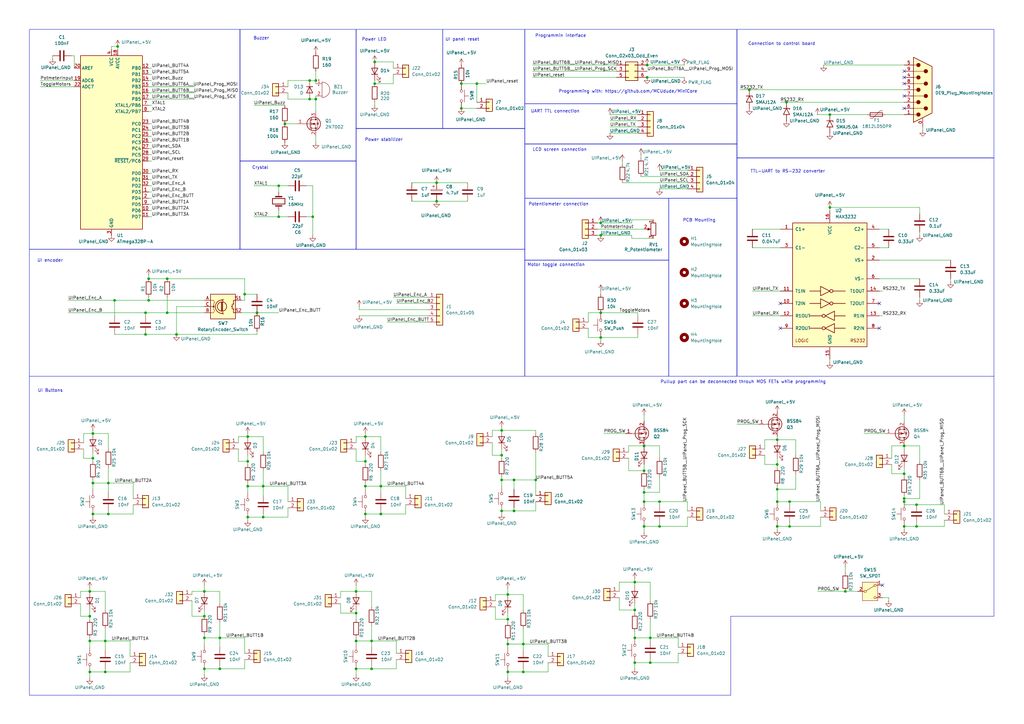
<source format=kicad_sch>
(kicad_sch (version 20231120) (generator "eeschema") (generator_version "8.0")
  (paper "A3")
  (title_block (title "IIT 5dof Robot arm I/O panels"))
  (junction (at 340.36 46.99))
  (junction (at 44.45 198.12))
  (junction (at 90.17 261.62))
  (junction (at 43.18 275.59))
  (junction (at 210.82 196.85))
  (junction (at 146.05 262.89))
  (junction (at 375.92 207.01))
  (junction (at 127 33.02))
  (junction (at 48.26 19.05))
  (junction (at 100.33 120.65))
  (junction (at 264.16 182.88))
  (junction (at 270.51 215.9))
  (junction (at 36.83 275.59))
  (junction (at 264.16 215.9))
  (junction (at 83.82 274.32))
  (junction (at 107.95 199.39))
  (junction (at 153.67 25.4))
  (junction (at 116.84 50.8))
  (junction (at 146.05 242.57))
  (junction (at 129.54 40.64))
  (junction (at 72.39 137.16))
  (junction (at 208.28 275.59))
  (junction (at 370.84 205.74))
  (junction (at 156.21 210.82))
  (junction (at 149.86 210.82))
  (junction (at 59.69 128.27))
  (junction (at 101.6 179.07))
  (junction (at 189.23 44.45))
  (junction (at 107.95 212.09))
  (junction (at 265.43 26.67))
  (junction (at 38.1 187.96))
  (junction (at 101.6 189.23))
  (junction (at 153.67 34.29))
  (junction (at 214.63 275.59))
  (junction (at 101.6 212.09))
  (junction (at 323.85 205.74))
  (junction (at 114.3 88.9))
  (junction (at 246.38 96.52))
  (junction (at 68.58 114.3))
  (junction (at 270.51 205.74))
  (junction (at 38.1 210.82))
  (junction (at 59.69 137.16))
  (junction (at 68.58 128.27))
  (junction (at 179.07 74.93))
  (junction (at 38.1 177.8))
  (junction (at 114.3 76.2))
  (junction (at 318.77 215.9))
  (junction (at 214.63 264.16))
  (junction (at 307.34 36.83))
  (junction (at 36.83 262.89))
  (junction (at 105.41 128.27))
  (junction (at 208.28 264.16))
  (junction (at 146.05 251.46))
  (junction (at 60.96 114.3))
  (junction (at 205.74 196.85))
  (junction (at 152.4 274.32))
  (junction (at 205.74 186.69))
  (junction (at 260.35 271.78))
  (junction (at 264.16 205.74))
  (junction (at 128.27 88.9))
  (junction (at 346.71 242.57))
  (junction (at 60.96 123.19))
  (junction (at 370.84 182.88))
  (junction (at 44.45 210.82))
  (junction (at 264.16 201.93))
  (junction (at 152.4 262.89))
  (junction (at 266.7 271.78))
  (junction (at 127 40.64))
  (junction (at 205.74 209.55))
  (junction (at 318.77 205.74))
  (junction (at 375.92 215.9))
  (junction (at 36.83 252.73))
  (junction (at 246.38 91.44))
  (junction (at 260.35 261.62))
  (junction (at 36.83 242.57))
  (junction (at 38.1 198.12))
  (junction (at 101.6 199.39))
  (junction (at 370.84 215.9))
  (junction (at 129.54 33.02))
  (junction (at 219.71 196.85))
  (junction (at 318.77 180.34))
  (junction (at 265.43 31.75))
  (junction (at 266.7 261.62))
  (junction (at 370.84 194.31))
  (junction (at 318.77 200.66))
  (junction (at 90.17 274.32))
  (junction (at 260.35 250.19))
  (junction (at 208.28 243.84))
  (junction (at 43.18 262.89))
  (junction (at 83.82 261.62))
  (junction (at 260.35 238.76))
  (junction (at 264.16 193.04))
  (junction (at 195.58 34.29))
  (junction (at 318.77 190.5))
  (junction (at 46.99 123.19))
  (junction (at 246.38 138.43))
  (junction (at 149.86 199.39))
  (junction (at 205.74 176.53))
  (junction (at 149.86 179.07))
  (junction (at 208.28 254))
  (junction (at 146.05 274.32))
  (junction (at 210.82 209.55))
  (junction (at 179.07 82.55))
  (junction (at 149.86 189.23))
  (junction (at 83.82 242.57))
  (junction (at 156.21 199.39))
  (junction (at 340.36 85.09))
  (junction (at 322.58 41.91))
  (junction (at 370.84 204.47))
  (junction (at 189.23 34.29))
  (junction (at 246.38 128.27))
  (junction (at 323.85 215.9))
  (junction (at 83.82 252.73))
  (no_connect (at 370.84 44.45))
  (no_connect (at 360.68 124.46))
  (no_connect (at 370.84 31.75))
  (no_connect (at 370.84 39.37))
  (no_connect (at 370.84 34.29))
  (no_connect (at 370.84 29.21))
  (no_connect (at 361.95 240.03))
  (no_connect (at 320.04 134.62))
  (no_connect (at 360.68 134.62))
  (no_connect (at 320.04 124.46))
  (wire (pts (xy 129.54 40.64) (xy 129.54 45.72)))
  (wire (pts (xy 38.1 187.96) (xy 38.1 189.23)))
  (wire (pts (xy 370.84 170.18) (xy 370.84 172.72)))
  (wire (pts (xy 208.28 241.3) (xy 208.28 243.84)))
  (wire (pts (xy 54.61 207.01) (xy 54.61 210.82)))
  (wire (pts (xy 335.28 242.57) (xy 346.71 242.57)))
  (wire (pts (xy 152.4 262.89) (xy 152.4 256.54)))
  (wire (pts (xy 214.63 266.7) (xy 214.63 264.16)))
  (wire (pts (xy 139.7 251.46) (xy 146.05 251.46)))
  (wire (pts (xy 152.4 242.57) (xy 146.05 242.57)))
  (wire (pts (xy 36.83 262.89) (xy 43.18 262.89)))
  (wire (pts (xy 266.7 261.62) (xy 278.13 261.62)))
  (wire (pts (xy 208.28 251.46) (xy 208.28 254)))
  (wire (pts (xy 107.95 210.82) (xy 107.95 212.09)))
  (wire (pts (xy 60.96 66.04) (xy 62.23 66.04)))
  (wire (pts (xy 118.11 208.28) (xy 118.11 212.09)))
  (wire (pts (xy 60.96 43.18) (xy 62.23 43.18)))
  (wire (pts (xy 387.35 215.9) (xy 375.92 215.9)))
  (wire (pts (xy 261.62 128.27) (xy 261.62 129.54)))
  (wire (pts (xy 116.84 50.8) (xy 121.92 50.8)))
  (wire (pts (xy 264.16 215.9) (xy 264.16 218.44)))
  (wire (pts (xy 323.85 214.63) (xy 323.85 215.9)))
  (wire (pts (xy 370.84 182.88) (xy 377.19 182.88)))
  (wire (pts (xy 162.56 270.51) (xy 162.56 274.32)))
  (wire (pts (xy 262.89 72.39) (xy 281.94 72.39)))
  (wire (pts (xy 354.33 177.8) (xy 363.22 177.8)))
  (wire (pts (xy 261.62 138.43) (xy 246.38 138.43)))
  (wire (pts (xy 313.69 184.15) (xy 313.69 180.34)))
  (wire (pts (xy 129.54 39.37) (xy 129.54 40.64)))
  (wire (pts (xy 44.45 198.12) (xy 38.1 198.12)))
  (wire (pts (xy 364.49 245.11) (xy 364.49 246.38)))
  (wire (pts (xy 360.68 106.68) (xy 389.89 106.68)))
  (wire (pts (xy 340.36 147.32) (xy 340.36 148.59)))
  (wire (pts (xy 162.56 267.97) (xy 162.56 262.89)))
  (wire (pts (xy 44.45 210.82) (xy 38.1 210.82)))
  (wire (pts (xy 129.54 29.21) (xy 129.54 33.02)))
  (wire (pts (xy 224.79 275.59) (xy 214.63 275.59)))
  (polyline (pts (xy 12.065 154.305) (xy 12.065 285.115)))
  (wire (pts (xy 27.94 123.19) (xy 46.99 123.19)))
  (wire (pts (xy 100.33 123.19) (xy 100.33 120.65)))
  (wire (pts (xy 370.84 194.31) (xy 370.84 195.58)))
  (wire (pts (xy 43.18 266.7) (xy 43.18 262.89)))
  (wire (pts (xy 33.02 247.65) (xy 33.02 252.73)))
  (wire (pts (xy 101.6 199.39) (xy 107.95 199.39)))
  (wire (pts (xy 205.74 184.15) (xy 205.74 186.69)))
  (wire (pts (xy 60.96 33.02) (xy 62.23 33.02)))
  (wire (pts (xy 208.28 278.13) (xy 208.28 275.59)))
  (wire (pts (xy 34.29 184.15) (xy 34.29 187.96)))
  (wire (pts (xy 125.73 88.9) (xy 128.27 88.9)))
  (wire (pts (xy 78.74 243.84) (xy 78.74 242.57)))
  (wire (pts (xy 257.81 193.04) (xy 264.16 193.04)))
  (wire (pts (xy 48.26 20.32) (xy 48.26 19.05)))
  (wire (pts (xy 255.27 74.93) (xy 281.94 74.93)))
  (wire (pts (xy 147.32 125.73) (xy 147.32 127)))
  (wire (pts (xy 128.27 76.2) (xy 125.73 76.2)))
  (wire (pts (xy 218.44 26.67) (xy 252.73 26.67)))
  (wire (pts (xy 266.7 238.76) (xy 260.35 238.76)))
  (wire (pts (xy 149.86 189.23) (xy 149.86 190.5)))
  (wire (pts (xy 36.83 250.19) (xy 36.83 252.73)))
  (wire (pts (xy 179.07 74.93) (xy 191.77 74.93)))
  (wire (pts (xy 360.68 101.6) (xy 364.49 101.6)))
  (wire (pts (xy 90.17 247.65) (xy 90.17 242.57)))
  (wire (pts (xy 43.18 274.32) (xy 43.18 275.59)))
  (wire (pts (xy 313.69 190.5) (xy 318.77 190.5)))
  (wire (pts (xy 340.36 46.99) (xy 355.6 46.99)))
  (wire (pts (xy 100.33 123.19) (xy 99.06 123.19)))
  (wire (pts (xy 323.85 205.74) (xy 323.85 207.01)))
  (wire (pts (xy 36.83 261.62) (xy 36.83 262.89)))
  (wire (pts (xy 156.21 201.93) (xy 156.21 199.39)))
  (wire (pts (xy 97.79 184.15) (xy 97.79 189.23)))
  (wire (pts (xy 156.21 210.82) (xy 149.86 210.82)))
  (wire (pts (xy 323.85 205.74) (xy 336.55 205.74)))
  (wire (pts (xy 259.08 90.17) (xy 267.97 90.17)))
  (wire (pts (xy 205.74 196.85) (xy 205.74 199.39)))
  (wire (pts (xy 60.96 113.03) (xy 60.96 114.3)))
  (wire (pts (xy 83.82 240.03) (xy 83.82 242.57)))
  (wire (pts (xy 377.19 189.23) (xy 377.19 182.88)))
  (wire (pts (xy 375.92 214.63) (xy 375.92 215.9)))
  (wire (pts (xy 214.63 264.16) (xy 208.28 264.16)))
  (wire (pts (xy 219.71 209.55) (xy 210.82 209.55)))
  (wire (pts (xy 107.95 199.39) (xy 118.11 199.39)))
  (wire (pts (xy 377.19 196.85) (xy 377.19 204.47)))
  (wire (pts (xy 205.74 186.69) (xy 205.74 187.96)))
  (wire (pts (xy 158.75 132.08) (xy 175.26 132.08)))
  (wire (pts (xy 266.7 246.38) (xy 266.7 238.76)))
  (wire (pts (xy 90.17 261.62) (xy 83.82 261.62)))
  (wire (pts (xy 313.69 180.34) (xy 318.77 180.34)))
  (wire (pts (xy 146.05 181.61) (xy 146.05 179.07)))
  (wire (pts (xy 245.11 96.52) (xy 246.38 96.52)))
  (wire (pts (xy 33.02 245.11) (xy 33.02 242.57)))
  (wire (pts (xy 60.96 71.12) (xy 62.23 71.12)))
  (wire (pts (xy 146.05 179.07) (xy 149.86 179.07)))
  (wire (pts (xy 101.6 199.39) (xy 101.6 201.93)))
  (wire (pts (xy 60.96 76.2) (xy 62.23 76.2)))
  (wire (pts (xy 107.95 193.04) (xy 107.95 199.39)))
  (wire (pts (xy 38.1 176.53) (xy 38.1 177.8)))
  (wire (pts (xy 360.68 93.98) (xy 364.49 93.98)))
  (wire (pts (xy 326.39 194.31) (xy 326.39 200.66)))
  (wire (pts (xy 60.96 121.92) (xy 60.96 123.19)))
  (wire (pts (xy 146.05 240.03) (xy 146.05 242.57)))
  (wire (pts (xy 318.77 190.5) (xy 318.77 191.77)))
  (wire (pts (xy 370.84 191.77) (xy 370.84 194.31)))
  (wire (pts (xy 104.14 43.18) (xy 116.84 43.18)))
  (wire (pts (xy 78.74 242.57) (xy 83.82 242.57)))
  (wire (pts (xy 156.21 209.55) (xy 156.21 210.82)))
  (wire (pts (xy 241.3 134.62) (xy 241.3 138.43)))
  (wire (pts (xy 72.39 125.73) (xy 83.82 125.73)))
  (wire (pts (xy 270.51 182.88) (xy 264.16 182.88)))
  (wire (pts (xy 16.51 33.02) (xy 30.48 33.02)))
  (wire (pts (xy 250.19 49.53) (xy 261.62 49.53)))
  (wire (pts (xy 205.74 175.26) (xy 205.74 176.53)))
  (wire (pts (xy 90.17 261.62) (xy 100.33 261.62)))
  (wire (pts (xy 99.06 128.27) (xy 105.41 128.27)))
  (wire (pts (xy 139.7 245.11) (xy 139.7 242.57)))
  (wire (pts (xy 201.93 186.69) (xy 205.74 186.69)))
  (wire (pts (xy 60.96 38.1) (xy 80.01 38.1)))
  (wire (pts (xy 270.51 207.01) (xy 270.51 205.74)))
  (wire (pts (xy 78.74 246.38) (xy 78.74 252.73)))
  (wire (pts (xy 152.4 248.92) (xy 152.4 242.57)))
  (wire (pts (xy 114.3 128.27) (xy 105.41 128.27)))
  (wire (pts (xy 16.51 35.56) (xy 30.48 35.56)))
  (wire (pts (xy 323.85 215.9) (xy 318.77 215.9)))
  (wire (pts (xy 90.17 255.27) (xy 90.17 261.62)))
  (wire (pts (xy 60.96 88.9) (xy 62.23 88.9)))
  (wire (pts (xy 266.7 270.51) (xy 266.7 271.78)))
  (wire (pts (xy 266.7 254) (xy 266.7 261.62)))
  (wire (pts (xy 118.11 33.02) (xy 127 33.02)))
  (wire (pts (xy 129.54 55.88) (xy 129.54 58.42)))
  (wire (pts (xy 90.17 261.62) (xy 90.17 265.43)))
  (wire (pts (xy 78.74 252.73) (xy 83.82 252.73)))
  (wire (pts (xy 100.33 120.65) (xy 100.33 114.3)))
  (wire (pts (xy 264.16 170.18) (xy 264.16 172.72)))
  (wire (pts (xy 195.58 34.29) (xy 189.23 34.29)))
  (wire (pts (xy 146.05 262.89) (xy 146.05 264.16)))
  (wire (pts (xy 152.4 273.05) (xy 152.4 274.32)))
  (polyline (pts (xy 299.72 252.73) (xy 407.67 252.73)))
  (wire (pts (xy 203.2 248.92) (xy 203.2 254)))
  (wire (pts (xy 262.89 63.5) (xy 262.89 64.77)))
  (wire (pts (xy 101.6 186.69) (xy 101.6 189.23)))
  (wire (pts (xy 246.38 128.27) (xy 261.62 128.27)))
  (wire (pts (xy 245.11 91.44) (xy 246.38 91.44)))
  (wire (pts (xy 360.68 114.3) (xy 377.19 114.3)))
  (wire (pts (xy 318.77 205.74) (xy 323.85 205.74)))
  (wire (pts (xy 320.04 41.91) (xy 322.58 41.91)))
  (wire (pts (xy 43.18 257.81) (xy 43.18 262.89)))
  (wire (pts (xy 59.69 128.27) (xy 68.58 128.27)))
  (wire (pts (xy 266.7 261.62) (xy 266.7 262.89)))
  (wire (pts (xy 214.63 264.16) (xy 224.79 264.16)))
  (wire (pts (xy 153.67 41.91) (xy 153.67 43.18)))
  (wire (pts (xy 370.84 215.9) (xy 370.84 217.17)))
  (wire (pts (xy 203.2 246.38) (xy 203.2 243.84)))
  (wire (pts (xy 166.37 210.82) (xy 156.21 210.82)))
  (wire (pts (xy 60.96 63.5) (xy 62.23 63.5)))
  (wire (pts (xy 34.29 187.96) (xy 38.1 187.96)))
  (wire (pts (xy 60.96 30.48) (xy 62.23 30.48)))
  (wire (pts (xy 60.96 114.3) (xy 68.58 114.3)))
  (wire (pts (xy 83.82 261.62) (xy 83.82 264.16)))
  (wire (pts (xy 257.81 182.88) (xy 264.16 182.88)))
  (wire (pts (xy 363.22 46.99) (xy 370.84 46.99)))
  (wire (pts (xy 27.94 128.27) (xy 59.69 128.27)))
  (wire (pts (xy 377.19 85.09) (xy 340.36 85.09)))
  (wire (pts (xy 149.86 186.69) (xy 149.86 189.23)))
  (wire (pts (xy 336.55 212.09) (xy 336.55 215.9)))
  (wire (pts (xy 100.33 270.51) (xy 100.33 274.32)))
  (wire (pts (xy 260.35 250.19) (xy 260.35 251.46)))
  (wire (pts (xy 54.61 210.82) (xy 44.45 210.82)))
  (wire (pts (xy 201.93 179.07) (xy 201.93 176.53)))
  (wire (pts (xy 246.38 119.38) (xy 246.38 120.65)))
  (wire (pts (xy 214.63 274.32) (xy 214.63 275.59)))
  (wire (pts (xy 107.95 179.07) (xy 101.6 179.07)))
  (wire (pts (xy 33.02 242.57) (xy 36.83 242.57)))
  (wire (pts (xy 360.68 129.54) (xy 361.95 129.54)))
  (wire (pts (xy 241.3 132.08) (xy 241.3 128.27)))
  (wire (pts (xy 60.96 27.94) (xy 62.23 27.94)))
  (wire (pts (xy 101.6 198.12) (xy 101.6 199.39)))
  (wire (pts (xy 129.54 33.02) (xy 129.54 34.29)))
  (wire (pts (xy 214.63 243.84) (xy 208.28 243.84)))
  (wire (pts (xy 147.32 129.54) (xy 175.26 129.54)))
  (wire (pts (xy 270.51 201.93) (xy 264.16 201.93)))
  (wire (pts (xy 195.58 34.29) (xy 195.58 41.91)))
  (wire (pts (xy 43.18 275.59) (xy 36.83 275.59)))
  (wire (pts (xy 156.21 199.39) (xy 166.37 199.39)))
  (wire (pts (xy 278.13 267.97) (xy 278.13 271.78)))
  (wire (pts (xy 370.84 203.2) (xy 370.84 204.47)))
  (polyline (pts (xy 12.065 285.115) (xy 299.72 285.115)))
  (wire (pts (xy 36.83 241.3) (xy 36.83 242.57)))
  (wire (pts (xy 60.96 86.36) (xy 62.23 86.36)))
  (wire (pts (xy 146.05 189.23) (xy 149.86 189.23)))
  (wire (pts (xy 60.96 60.96) (xy 62.23 60.96)))
  (wire (pts (xy 149.86 199.39) (xy 156.21 199.39)))
  (wire (pts (xy 149.86 210.82) (xy 149.86 212.09)))
  (wire (pts (xy 377.19 85.09) (xy 377.19 87.63)))
  (wire (pts (xy 162.56 274.32) (xy 152.4 274.32)))
  (wire (pts (xy 139.7 247.65) (xy 139.7 251.46)))
  (wire (pts (xy 43.18 242.57) (xy 36.83 242.57)))
  (wire (pts (xy 53.34 269.24) (xy 53.34 262.89)))
  (wire (pts (xy 303.53 36.83) (xy 307.34 36.83)))
  (wire (pts (xy 203.2 243.84) (xy 208.28 243.84)))
  (wire (pts (xy 60.96 78.74) (xy 62.23 78.74)))
  (wire (pts (xy 107.95 212.09) (xy 101.6 212.09)))
  (wire (pts (xy 318.77 200.66) (xy 318.77 205.74)))
  (wire (pts (xy 44.45 209.55) (xy 44.45 210.82)))
  (wire (pts (xy 241.3 128.27) (xy 246.38 128.27)))
  (wire (pts (xy 365.76 182.88) (xy 370.84 182.88)))
  (wire (pts (xy 60.96 73.66) (xy 62.23 73.66)))
  (wire (pts (xy 260.35 247.65) (xy 260.35 250.19)))
  (wire (pts (xy 114.3 76.2) (xy 114.3 78.74)))
  (wire (pts (xy 38.1 198.12) (xy 38.1 200.66)))
  (wire (pts (xy 156.21 185.42) (xy 156.21 179.07)))
  (wire (pts (xy 318.77 215.9) (xy 318.77 217.17)))
  (wire (pts (xy 101.6 212.09) (xy 101.6 213.36)))
  (wire (pts (xy 281.94 69.85) (xy 270.51 69.85)))
  (wire (pts (xy 118.11 205.74) (xy 118.11 199.39)))
  (wire (pts (xy 245.11 93.98) (xy 264.16 93.98)))
  (wire (pts (xy 313.69 186.69) (xy 313.69 190.5)))
  (wire (pts (xy 365.76 194.31) (xy 370.84 194.31)))
  (wire (pts (xy 97.79 181.61) (xy 97.79 179.07)))
  (wire (pts (xy 278.13 265.43) (xy 278.13 261.62)))
  (wire (pts (xy 60.96 40.64) (xy 80.01 40.64)))
  (wire (pts (xy 214.63 250.19) (xy 214.63 243.84)))
  (wire (pts (xy 270.51 195.58) (xy 270.51 201.93)))
  (wire (pts (xy 161.29 121.92) (xy 175.26 121.92)))
  (wire (pts (xy 90.17 274.32) (xy 83.82 274.32)))
  (wire (pts (xy 260.35 274.32) (xy 260.35 271.78)))
  (wire (pts (xy 254 250.19) (xy 260.35 250.19)))
  (wire (pts (xy 246.38 96.52) (xy 259.08 96.52)))
  (wire (pts (xy 375.92 207.01) (xy 370.84 207.01)))
  (polyline (pts (xy 407.67 154.305) (xy 407.67 252.73)))
  (wire (pts (xy 219.71 203.2) (xy 219.71 196.85)))
  (wire (pts (xy 105.41 135.89) (xy 105.41 137.16)))
  (wire (pts (xy 281.94 215.9) (xy 270.51 215.9)))
  (wire (pts (xy 387.35 213.36) (xy 387.35 215.9)))
  (wire (pts (xy 161.29 25.4) (xy 153.67 25.4)))
  (wire (pts (xy 261.62 46.99) (xy 250.19 46.99)))
  (wire (pts (xy 281.94 209.55) (xy 281.94 205.74)))
  (wire (pts (xy 210.82 209.55) (xy 205.74 209.55)))
  (wire (pts (xy 104.14 76.2) (xy 114.3 76.2)))
  (wire (pts (xy 203.2 254) (xy 208.28 254)))
  (wire (pts (xy 166.37 204.47) (xy 166.37 199.39)))
  (wire (pts (xy 318.77 179.07) (xy 318.77 180.34)))
  (wire (pts (xy 365.76 187.96) (xy 365.76 182.88)))
  (wire (pts (xy 104.14 88.9) (xy 114.3 88.9)))
  (wire (pts (xy 33.02 252.73) (xy 36.83 252.73)))
  (wire (pts (xy 34.29 181.61) (xy 34.29 177.8)))
  (wire (pts (xy 266.7 261.62) (xy 260.35 261.62)))
  (wire (pts (xy 260.35 259.08) (xy 260.35 261.62)))
  (wire (pts (xy 68.58 128.27) (xy 83.82 128.27)))
  (wire (pts (xy 375.92 207.01) (xy 387.35 207.01)))
  (wire (pts (xy 114.3 76.2) (xy 118.11 76.2)))
  (wire (pts (xy 260.35 237.49) (xy 260.35 238.76)))
  (wire (pts (xy 60.96 58.42) (xy 62.23 58.42)))
  (wire (pts (xy 337.82 26.67) (xy 370.84 26.67)))
  (wire (pts (xy 318.77 199.39) (xy 318.77 200.66)))
  (wire (pts (xy 53.34 275.59) (xy 43.18 275.59)))
  (wire (pts (xy 168.91 82.55) (xy 179.07 82.55)))
  (wire (pts (xy 259.08 91.44) (xy 259.08 90.17)))
  (wire (pts (xy 264.16 200.66) (xy 264.16 201.93)))
  (wire (pts (xy 152.4 274.32) (xy 146.05 274.32)))
  (wire (pts (xy 30.48 22.86) (xy 30.48 27.94)))
  (wire (pts (xy 146.05 184.15) (xy 146.05 189.23)))
  (wire (pts (xy 247.65 177.8) (xy 256.54 177.8)))
  (wire (pts (xy 326.39 200.66) (xy 318.77 200.66)))
  (wire (pts (xy 161.29 34.29) (xy 153.67 34.29)))
  (wire (pts (xy 107.95 185.42) (xy 107.95 179.07)))
  (wire (pts (xy 60.96 123.19) (xy 83.82 123.19)))
  (wire (pts (xy 146.05 250.19) (xy 146.05 251.46)))
  (wire (pts (xy 270.51 215.9) (xy 264.16 215.9)))
  (wire (pts (xy 219.71 196.85) (xy 210.82 196.85)))
  (wire (pts (xy 166.37 207.01) (xy 166.37 210.82)))
  (wire (pts (xy 127 33.02) (xy 129.54 33.02)))
  (wire (pts (xy 389.89 114.3) (xy 389.89 115.57)))
  (wire (pts (xy 68.58 114.3) (xy 100.33 114.3)))
  (wire (pts (xy 83.82 274.32) (xy 83.82 276.86)))
  (wire (pts (xy 365.76 190.5) (xy 365.76 194.31)))
  (wire (pts (xy 375.92 215.9) (xy 370.84 215.9)))
  (wire (pts (xy 114.3 88.9) (xy 118.11 88.9)))
  (wire (pts (xy 270.51 187.96) (xy 270.51 182.88)))
  (wire (pts (xy 60.96 45.72) (xy 62.23 45.72)))
  (wire (pts (xy 254 238.76) (xy 260.35 238.76)))
  (wire (pts (xy 270.51 214.63) (xy 270.51 215.9)))
  (wire (pts (xy 265.43 26.67) (xy 280.67 26.67)))
  (wire (pts (xy 336.55 209.55) (xy 336.55 205.74)))
  (wire (pts (xy 179.07 82.55) (xy 191.77 82.55)))
  (wire (pts (xy 118.11 212.09) (xy 107.95 212.09)))
  (wire (pts (xy 128.27 76.2) (xy 128.27 88.9)))
  (wire (pts (xy 30.48 22.86) (xy 29.21 22.86)))
  (wire (pts (xy 224.79 269.24) (xy 224.79 264.16)))
  (wire (pts (xy 218.44 31.75) (xy 252.73 31.75)))
  (wire (pts (xy 257.81 185.42) (xy 257.81 182.88)))
  (wire (pts (xy 60.96 83.82) (xy 62.23 83.82)))
  (wire (pts (xy 210.82 208.28) (xy 210.82 209.55)))
  (wire (pts (xy 264.16 205.74) (xy 270.51 205.74)))
  (wire (pts (xy 161.29 30.48) (xy 161.29 34.29)))
  (wire (pts (xy 387.35 210.82) (xy 387.35 207.01)))
  (wire (pts (xy 168.91 74.93) (xy 179.07 74.93)))
  (wire (pts (xy 44.45 191.77) (xy 44.45 198.12)))
  (wire (pts (xy 101.6 189.23) (xy 101.6 190.5)))
  (wire (pts (xy 208.28 264.16) (xy 208.28 265.43)))
  (wire (pts (xy 302.26 173.99) (xy 311.15 173.99)))
  (wire (pts (xy 46.99 137.16) (xy 59.69 137.16)))
  (wire (pts (xy 43.18 262.89) (xy 53.34 262.89)))
  (wire (pts (xy 161.29 27.94) (xy 161.29 25.4)))
  (wire (pts (xy 152.4 262.89) (xy 146.05 262.89)))
  (wire (pts (xy 346.71 242.57) (xy 351.79 242.57)))
  (wire (pts (xy 149.86 200.66) (xy 149.86 199.39)))
  (wire (pts (xy 326.39 186.69) (xy 326.39 180.34)))
  (wire (pts (xy 259.08 96.52) (xy 259.08 97.79)))
  (wire (pts (xy 370.84 204.47) (xy 370.84 205.74)))
  (wire (pts (xy 219.71 205.74) (xy 219.71 209.55)))
  (wire (pts (xy 308.61 119.38) (xy 320.04 119.38)))
  (wire (pts (xy 241.3 138.43) (xy 246.38 138.43)))
  (wire (pts (xy 208.28 262.89) (xy 208.28 264.16)))
  (wire (pts (xy 340.36 85.09) (xy 340.36 86.36)))
  (wire (pts (xy 118.11 35.56) (xy 118.11 33.02)))
  (wire (pts (xy 44.45 177.8) (xy 44.45 184.15)))
  (wire (pts (xy 38.1 185.42) (xy 38.1 187.96)))
  (wire (pts (xy 246.38 91.44) (xy 259.08 91.44)))
  (wire (pts (xy 370.84 182.88) (xy 370.84 184.15)))
  (wire (pts (xy 36.83 252.73) (xy 36.83 254)))
  (wire (pts (xy 38.1 210.82) (xy 38.1 212.09)))
  (wire (pts (xy 146.05 251.46) (xy 146.05 254)))
  (wire (pts (xy 210.82 196.85) (xy 205.74 196.85)))
  (wire (pts (xy 377.19 204.47) (xy 370.84 204.47)))
  (wire (pts (xy 308.61 129.54) (xy 320.04 129.54)))
  (wire (pts (xy 205.74 195.58) (xy 205.74 196.85)))
  (wire (pts (xy 246.38 138.43) (xy 246.38 139.7)))
  (wire (pts (xy 254 242.57) (xy 254 238.76)))
  (wire (pts (xy 60.96 35.56) (xy 80.01 35.56)))
  (wire (pts (xy 54.61 204.47) (xy 54.61 198.12)))
  (wire (pts (xy 261.62 138.43) (xy 261.62 137.16)))
  (wire (pts (xy 175.26 127) (xy 147.32 127)))
  (wire (pts (xy 44.45 198.12) (xy 54.61 198.12)))
  (wire (pts (xy 128.27 96.52) (xy 128.27 88.9)))
  (wire (pts (xy 360.68 119.38) (xy 361.95 119.38)))
  (wire (pts (xy 60.96 53.34) (xy 62.23 53.34)))
  (wire (pts (xy 361.95 245.11) (xy 364.49 245.11)))
  (wire (pts (xy 105.41 120.65) (xy 100.33 120.65)))
  (wire (pts (xy 127 40.64) (xy 129.54 40.64)))
  (wire (pts (xy 205.74 209.55) (xy 205.74 210.82)))
  (wire (pts (xy 214.63 257.81) (xy 214.63 264.16)))
  (wire (pts (xy 46.99 129.54) (xy 46.99 123.19)))
  (wire (pts (xy 307.34 36.83) (xy 370.84 36.83)))
  (wire (pts (xy 162.56 124.46) (xy 175.26 124.46)))
  (wire (pts (xy 100.33 274.32) (xy 90.17 274.32)))
  (wire (pts (xy 59.69 129.54) (xy 59.69 128.27)))
  (wire (pts (xy 107.95 203.2) (xy 107.95 199.39)))
  (wire (pts (xy 346.71 232.41) (xy 346.71 234.95)))
  (wire (pts (xy 208.28 254) (xy 208.28 255.27)))
  (wire (pts (xy 53.34 271.78) (xy 53.34 275.59)))
  (wire (pts (xy 156.21 193.04) (xy 156.21 199.39)))
  (wire (pts (xy 219.71 185.42) (xy 219.71 196.85)))
  (polyline (pts (xy 299.72 285.115) (xy 299.72 252.73)))
  (wire (pts (xy 270.51 205.74) (xy 281.94 205.74)))
  (wire (pts (xy 201.93 176.53) (xy 205.74 176.53)))
  (wire (pts (xy 83.82 250.19) (xy 83.82 252.73)))
  (wire (pts (xy 97.79 179.07) (xy 101.6 179.07)))
  (wire (pts (xy 153.67 33.02) (xy 153.67 34.29)))
  (wire (pts (xy 264.16 190.5) (xy 264.16 193.04)))
  (wire (pts (xy 318.77 187.96) (xy 318.77 190.5)))
  (wire (pts (xy 281.94 212.09) (xy 281.94 215.9)))
  (wire (pts (xy 59.69 137.16) (xy 72.39 137.16)))
  (wire (pts (xy 336.55 215.9) (xy 323.85 215.9)))
  (wire (pts (xy 257.81 187.96) (xy 257.81 193.04)))
  (wire (pts (xy 278.13 271.78) (xy 266.7 271.78)))
  (wire (pts (xy 219.71 177.8) (xy 219.71 176.53)))
  (wire (pts (xy 36.83 262.89) (xy 36.83 265.43)))
  (wire (pts (xy 90.17 273.05) (xy 90.17 274.32)))
  (wire (pts (xy 83.82 260.35) (xy 83.82 261.62)))
  (wire (pts (xy 45.72 19.05) (xy 45.72 20.32)))
  (wire (pts (xy 146.05 262.89) (xy 146.05 261.62)))
  (wire (pts (xy 118.11 38.1) (xy 118.11 40.64)))
  (wire (pts (xy 195.58 34.29) (xy 199.39 34.29)))
  (wire (pts (xy 114.3 88.9) (xy 114.3 86.36)))
  (wire (pts (xy 224.79 271.78) (xy 224.79 275.59)))
  (wire (pts (xy 326.39 180.34) (xy 318.77 180.34)))
  (wire (pts (xy 219.71 176.53) (xy 205.74 176.53)))
  (wire (pts (xy 43.18 250.19) (xy 43.18 242.57)))
  (wire (pts (xy 214.63 275.59) (xy 208.28 275.59)))
  (wire (pts (xy 118.11 40.64) (xy 127 40.64)))
  (wire (pts (xy 322.58 41.91) (xy 370.84 41.91)))
  (wire (pts (xy 264.16 201.93) (xy 264.16 205.74)))
  (wire (pts (xy 254 245.11) (xy 254 250.19)))
  (wire (pts (xy 259.08 97.79) (xy 267.97 97.79)))
  (wire (pts (xy 72.39 137.16) (xy 105.41 137.16)))
  (wire (pts (xy 255.27 66.04) (xy 255.27 67.31)))
  (wire (pts (xy 377.19 95.25) (xy 377.19 96.52)))
  (wire (pts (xy 72.39 125.73) (xy 72.39 137.16)))
  (wire (pts (xy 149.86 177.8) (xy 149.86 179.07)))
  (wire (pts (xy 270.51 77.47) (xy 281.94 77.47)))
  (wire (pts (xy 152.4 265.43) (xy 152.4 262.89)))
  (wire (pts (xy 266.7 271.78) (xy 260.35 271.78)))
  (wire (pts (xy 370.84 207.01) (xy 370.84 205.74)))
  (wire (pts (xy 265.43 31.75) (xy 280.67 31.75)))
  (wire (pts (xy 97.79 189.23) (xy 101.6 189.23)))
  (wire (pts (xy 308.61 101.6) (xy 320.04 101.6)))
  (wire (pts (xy 156.21 179.07) (xy 149.86 179.07)))
  (wire (pts (xy 250.19 54.61) (xy 261.62 54.61)))
  (wire (pts (xy 146.05 274.32) (xy 146.05 276.86)))
  (wire (pts (xy 149.86 198.12) (xy 149.86 199.39)))
  (wire (pts (xy 68.58 121.92) (xy 68.58 128.27)))
  (wire (pts (xy 21.59 22.86) (xy 21.59 24.13)))
  (wire (pts (xy 44.45 177.8) (xy 38.1 177.8)))
  (wire (pts (xy 60.96 55.88) (xy 62.23 55.88)))
  (wire (pts (xy 60.96 50.8) (xy 62.23 50.8)))
  (wire (pts (xy 210.82 196.85) (xy 210.82 200.66)))
  (wire (pts (xy 101.6 177.8) (xy 101.6 179.07)))
  (wire (pts (xy 377.19 121.92) (xy 377.19 123.19)))
  (wire (pts (xy 60.96 81.28) (xy 62.23 81.28)))
  (wire (pts (xy 100.33 267.97) (xy 100.33 261.62)))
  (wire (pts (xy 139.7 242.57) (xy 146.05 242.57)))
  (wire (pts (xy 378.46 53.34) (xy 378.46 52.07)))
  (wire (pts (xy 36.83 275.59) (xy 36.83 278.13)))
  (wire (pts (xy 260.35 238.76) (xy 260.35 240.03)))
  (wire (pts (xy 152.4 262.89) (xy 162.56 262.89)))
  (wire (pts (xy 38.1 196.85) (xy 38.1 198.12)))
  (wire (pts (xy 250.19 52.07) (xy 261.62 52.07)))
  (wire (pts (xy 195.58 44.45) (xy 189.23 44.45)))
  (wire (pts (xy 34.29 177.8) (xy 38.1 177.8)))
  (wire (pts (xy 90.17 242.57) (xy 83.82 242.57)))
  (wire (pts (xy 48.26 19.05) (xy 45.72 19.05)))
  (wire (pts (xy 46.99 123.19) (xy 60.96 123.19)))
  (wire (pts (xy 335.28 46.99) (xy 340.36 46.99)))
  (wire (pts (xy 44.45 201.93) (xy 44.45 198.12)))
  (wire (pts (xy 308.61 93.98) (xy 320.04 93.98)))
  (wire (pts (xy 201.93 181.61) (xy 201.93 186.69)))
  (wire (pts (xy 218.44 29.21) (xy 252.73 29.21)))
  (rectangle (start 302.26 64.77) (end 407.67 154.305))
  (rectangle (start 181.61 12.065) (end 215.265 52.705))
  (rectangle (start 98.425 66.04) (end 146.05 102.235))
  (rectangle (start 146.05 12.065) (end 181.61 52.705))
  (rectangle (start 215.265 59.055) (end 302.26 81.28))
  (rectangle (start 12.065 102.235) (end 215.265 154.305))
  (rectangle (start 146.05 52.705) (end 215.265 102.235))
  (rectangle (start 302.26 12.065) (end 407.67 64.77))
  (rectangle (start 274.32 81.28) (end 302.26 154.305))
  (rectangle (start 215.265 42.545) (end 302.26 59.055))
  (rectangle (start 98.425 12.065) (end 146.05 66.04))
  (rectangle (start 12.065 12.065) (end 98.425 102.235))
  (rectangle (start 215.265 81.28) (end 274.32 106.68))
  (rectangle (start 215.265 12.065) (end 302.26 42.545))
  (rectangle (start 215.265 106.68) (end 274.32 154.305))
  (text "Crystal" (at 103.378 68.834 0) (effects (font (size 1.27 1.27)) (justify left)))
  (text "Power LED" (at 148.336 16.256 0) (effects (font (size 1.27 1.27)) (justify left)))
  (text "Connection to control board" (at 306.832 18.034 0) (effects (font (size 1.27 1.27)) (justify left)))
  (text "Programming with: https://github.com/MCUdude/MiniCore" (at 257.556 37.592 0) (effects (font (size 1.27 1.27))))
  (text "Motor toggle connection" (at 228.092 108.712 0) (effects (font (size 1.27 1.27))))
  (text "Programmin interface" (at 219.456 14.732 0) (effects (font (size 1.27 1.27)) (justify left)))
  (text "UI encoder" (at 15.24 106.934 0) (effects (font (size 1.27 1.27)) (justify left)))
  (text "UI panel reset" (at 182.626 16.256 0) (effects (font (size 1.27 1.27)) (justify left)))
  (text "PCB Mounting" (at 286.766 90.424 0) (effects (font (size 1.27 1.27))))
  (text "Buzzer" (at 103.886 15.748 0) (effects (font (size 1.27 1.27)) (justify left)))
  (text "UI Buttons" (at 15.494 160.274 0) (effects (font (size 1.27 1.27)) (justify left)))
  (text "Potentiometer connection" (at 229.108 83.82 0) (effects (font (size 1.27 1.27))))
  (text "UART TTL connection" (at 217.678 45.72 0) (effects (font (size 1.27 1.27)) (justify left)))
  (text "LCD screen connection" (at 218.44 61.468 0) (effects (font (size 1.27 1.27)) (justify left)))
  (text "Power stabilizer" (at 149.606 57.404 0) (effects (font (size 1.27 1.27)) (justify left)))
  (text "Pullup part can be deconnected throuh MOS FETs while programming" (at 304.8 156.718 0) (effects (font (size 1.27 1.27))))
  (text "TTL-UART to RS-232 converter" (at 323.088 70.358 0) (effects (font (size 1.27 1.27))))
  (label "UIPanel_BUTT6A__UIPanel_Prog_MOSI" (at 265.43 29.21 0))
  (label "XTAL2" (at 104.14 88.9 0))
  (label "PotmeterInput" (at 246.38 93.98 0))
  (label "RS232_RX" (at 361.95 129.54 0))
  (label "UIPanel_RX" (at 250.19 49.53 0))
  (label "UIPanel_BUTT5A" (at 219.71 196.85 0))
  (label "UIPanel_RX" (at 62.23 71.12 0))
  (label "UIPanel_Enc_BUTT" (at 62.23 81.28 0))
  (label "UIPanel_reset" (at 62.23 66.04 0))
  (label "UIPanel_BUTT6B__UIPanel_Prog_MISO" (at 218.44 26.67 0))
  (label "UIPanel_Enc_B" (at 62.23 78.74 0))
  (label "UIPanel_RX" (at 308.61 129.54 0))
  (label "UIPanel_BUTT5A" (at 62.23 30.48 0))
  (label "UIPanel_TX" (at 308.61 119.38 0))
  (label "UIPanel_BUTT2A" (at 62.23 86.36 0))
  (label "XTAL1" (at 62.23 43.18 0))
  (label "UIPanel_BUTT1B" (at 62.23 58.42 0))
  (label "UIPanel_SCL" (at 62.23 63.5 0))
  (label "UIPanel_SDA" (at 62.23 60.96 0))
  (label "UIPanel_BUTT4A" (at 62.23 27.94 0))
  (label "UIPanel_Buzz" (at 104.14 43.18 0))
  (label "UIPanel_BUTT6A__UIPanel_Prog_MOSI" (at 336.55 205.74 90))
  (label "UIPanel_BUTT3A" (at 110.49 199.39 0))
  (label "UIPanel_BUTT2B" (at 154.94 262.89 0))
  (label "ToggleMotors" (at 16.51 35.56 0))
  (label "PROG_SW" (at 302.26 173.99 0))
  (label "UIPanel_reset" (at 218.44 31.75 0))
  (label "UIPanel_BUTT1B" (at 92.71 261.62 0))
  (label "XTAL2" (at 62.23 45.72 0))
  (label "UIPanel_Enc_B" (at 27.94 128.27 0))
  (label "UIPanel_BUTT4B" (at 62.23 50.8 0))
  (label "UIPanel_Enc_B" (at 162.56 124.46 0))
  (label "UIPanel_Enc_BUTT" (at 158.75 132.08 0))
  (label "UIPanel_Enc_BUTT" (at 114.3 128.27 0))
  (label "UIPanel_Enc_A" (at 62.23 76.2 0))
  (label "UIPanel_BUTT6B__UIPanel_Prog_MISO" (at 62.23 38.1 0))
  (label "UIPanel_BUTT5B__UIPanel_Prog_SCK" (at 281.94 205.74 90))
  (label "UIPanel_BUTT6A__UIPanel_Prog_MOSI" (at 62.23 35.56 0))
  (label "UIPanel_TX" (at 250.19 52.07 0))
  (label "RS232_TX" (at 303.53 36.83 0))
  (label "UIPanel_BUTT2A" (at 46.99 198.12 0))
  (label "UIPanel_BUTT5B__UIPanel_Prog_SCK" (at 62.23 40.64 0))
  (label "UIPanel_SDA" (at 270.51 72.39 0))
  (label "XTAL1" (at 104.14 76.2 0))
  (label "UIPanel_BUTT2B" (at 62.23 55.88 0))
  (label "RS232_TX" (at 361.95 119.38 0))
  (label "UIPanel_TX" (at 62.23 73.66 0))
  (label "UIPanel_BUTT3A" (at 62.23 88.9 0))
  (label "UIPanel_Buzz" (at 62.23 33.02 0))
  (label "UIPanel_BUTT4A" (at 158.75 199.39 0))
  (label "UIPanel_BUTT3B" (at 62.23 53.34 0))
  (label "PROG_SW" (at 335.28 242.57 0))
  (label "UIPanel_Enc_A" (at 161.29 121.92 0))
  (label "PROG_SW" (at 354.33 177.8 0))
  (label "UIPanel_BUTT4B" (at 269.24 261.62 0))
  (label "RS232_RX" (at 320.04 41.91 0))
  (label "UIPanel_BUTT5B__UIPanel_Prog_SCK" (at 218.44 29.21 0))
  (label "UIPanel_BUTT6B__UIPanel_Prog_MISO" (at 387.35 207.01 90))
  (label "UIPanel_BUTT1A" (at 45.72 262.89 0))
  (label "UIPanel_BUTT1A" (at 62.23 83.82 0))
  (label "UIPanel_BUTT3B" (at 217.17 264.16 0))
  (label "PotmeterInput" (at 16.51 33.02 0))
  (label "UIPanel_reset" (at 199.39 34.29 0))
  (label "PROG_SW" (at 247.65 177.8 0))
  (label "UIPanel_SCL" (at 270.51 74.93 0))
  (label "ToggleMotors" (at 254 128.27 0))
  (label "UIPanel_Enc_A" (at 27.94 123.19 0))
  (symbol (lib_id "Device:LED") (at 38.1 181.61 90) (unit 1) (on_board no)
    (property "Reference" "D2" (at 41.148 180.086 0) (effects (justify right)))
    (property "Value" "LED" (effects (hide yes)))
    (property "Footprint" "LED_THT:LED_D5.0mm-3" (effects (hide yes)))
    (property "Description" "Light emitting diode" (effects (hide yes)))
  )
  (symbol (lib_id "Device:R") (at 83.82 256.54 0) (unit 1)
    (property "Reference" "R9" (at 86.106 258.318 90))
    (property "Value" "220" (at 86.106 254 90))
    (property "Footprint" "Resistor_SMD:R_0805_2012Metric_Pad1.20x1.40mm_HandSolder" (effects (hide yes)))
    (property "Description" "Resistor" (effects (hide yes)))
  )
  (symbol (lib_id "Device:LED") (at 318.77 184.15 90) (unit 1) (on_board no)
    (property "Reference" "D6" (at 321.818 182.372 0) (effects (justify right)))
    (property "Value" "LED" (effects (hide yes)))
    (property "Footprint" "LED_THT:LED_D5.0mm-3" (effects (hide yes)))
    (property "Description" "Light emitting diode" (effects (hide yes)))
  )
  (symbol (lib_id "Device:RotaryEncoder_Switch") (at 91.44 125.73 0) (unit 1) (on_board no)
    (property "Reference" "SW7" (at 91.44 132.588 0))
    (property "Value" "RotaryEncoder_Switch" (at 91.44 135.128 0))
    (property "Footprint" "Rotary_Encoder:RotaryEncoder_Alps_EC12E-Switch_Vertical_H20mm" (effects (hide yes)))
    (property "Description" "Rotary encoder, dual channel, incremental quadrate outputs, with switch" (effects (hide yes)))
  )
  (symbol (lib_id "Connector_Generic:Conn_01x02") (at 105.41 267.97 0) (unit 1)
    (property "Reference" "J15" (at 107.95 267.9699 0) (effects (justify left)))
    (property "Value" "Conn_01x02" (at 107.95 270.5099 0) (effects (justify left)))
    (property "Footprint" "Connector_Molex:Molex_KK-254_AE-6410-04A_1x04_P2.54mm_Vertical" (effects (hide yes)))
    (property "Description" "Generic connector, single row, 01x02, script generated (kicad-library-utils/schlib/autogen/connector/)" (effects (hide yes)))
  )
  (symbol (lib_id "Device:Crystal") (at 114.3 82.55 90) (unit 1)
    (property "Reference" "Y1" (at 118.11 81.2799 90) (effects (justify right)))
    (property "Value" "16MHz" (at 118.11 83.8199 90) (effects (justify right)))
    (property "Footprint" "Crystal:Crystal_SMD_HC49-SD_HandSoldering" (effects (hide yes)))
    (property "Description" "Two pin crystal" (effects (hide yes)))
  )
  (symbol (lib_id "Device:C") (at 210.82 204.47 0) (unit 1)
    (property "Reference" "C19" (at 214.63 203.1999 0) (effects (justify left)))
    (property "Value" "10nF" (at 214.63 205.7399 0) (effects (justify left)))
    (property "Footprint" "Capacitor_SMD:C_0805_2012Metric_Pad1.18x1.45mm_HandSolder" (effects (hide yes)))
    (property "Description" "Unpolarized capacitor" (effects (hide yes)))
  )
  (symbol (lib_id "Connector_Generic:Conn_01x02") (at 92.71 181.61 0) (mirror y) (unit 1)
    (property "Reference" "J24" (at 90.17 181.6099 0) (effects (justify left)))
    (property "Value" "Conn_01x02" (at 90.17 184.1499 0) (effects (justify left)))
    (property "Footprint" "Connector_Molex:Molex_KK-254_AE-6410-04A_1x04_P2.54mm_Vertical" (effects (hide yes)))
    (property "Description" "Generic connector, single row, 01x02, script generated (kicad-library-utils/schlib/autogen/connector/)" (effects (hide yes)))
  )
  (symbol (lib_id "Transistor_FET:BSS84") (at 316.23 173.99 0) (mirror x) (unit 1)
    (property "Reference" "Q3" (at 322.58 175.2601 0) (effects (justify left)))
    (property "Value" "BSS84" (at 322.58 172.7201 0) (effects (justify left)))
    (property "Footprint" "Package_TO_SOT_SMD:SOT-23" (effects (hide yes)))
    (property "Datasheet" "http://assets.nexperia.com/documents/data-sheet/BSS84.pdf" (effects (hide yes)))
    (property "Description" "-0.13A Id, -50V Vds, P-Channel MOSFET, SOT-23" (effects (hide yes)))
  )
  (symbol (lib_id "Device:R") (at 219.71 181.61 0) (unit 1)
    (property "Reference" "R28" (at 221.996 183.388 90))
    (property "Value" "10k" (at 221.996 179.07 90))
    (property "Footprint" "Resistor_SMD:R_0805_2012Metric_Pad1.20x1.40mm_HandSolder" (effects (hide yes)))
    (property "Description" "Resistor" (effects (hide yes)))
  )
  (symbol (lib_id "Device:R") (at 264.16 196.85 0) (unit 1)
    (property "Reference" "R13" (at 266.446 198.628 90))
    (property "Value" "220" (at 266.446 194.31 90))
    (property "Footprint" "Resistor_SMD:R_0805_2012Metric_Pad1.20x1.40mm_HandSolder" (effects (hide yes)))
    (property "Description" "Resistor" (effects (hide yes)))
  )
  (symbol (lib_id "Connector_Generic:Conn_01x05") (at 180.34 127 0) (unit 1)
    (property "Reference" "J1" (at 182.88 125.7299 0) (effects (justify left)))
    (property "Value" "Conn_01x05" (at 182.88 128.2699 0) (effects (justify left)))
    (property "Footprint" "Connector_Molex:Molex_KK-254_AE-6410-05A_1x05_P2.54mm_Vertical" (effects (hide yes)))
    (property "Description" "Generic connector, single row, 01x05, script generated (kicad-library-utils/schlib/autogen/connector/)" (effects (hide yes)))
  )
  (symbol (lib_id "Connector_Generic:Conn_02x03_Odd_Even") (at 257.81 29.21 0) (unit 1)
    (property "Reference" "J3" (at 259.08 20.32 0))
    (property "Value" "Conn_02x03_Odd_Even" (at 259.08 22.86 0))
    (property "Footprint" "Connector_IDC:IDC-Header_2x03_P2.54mm_Vertical" (effects (hide yes)))
    (property "Description" "Generic connector, double row, 02x03, odd/even pin numbering scheme (row 1 odd numbers, row 2 even numbers), script generated (kicad-library-utils/schlib/autogen/connector/)" (effects (hide yes)))
  )
  (symbol (lib_id "power:+5V") (at 179.07 74.93 0) (unit 1)
    (property "Reference" "#PWR028" (effects (hide yes)))
    (property "Value" "UIPanel_+5V" (at 179.07 69.85 0))
    (property "Description" "Power symbol creates a global label with name \"+5V\"" (effects (hide yes)))
  )
  (symbol (lib_id "Device:C") (at 90.17 269.24 0) (unit 1)
    (property "Reference" "C24" (at 93.98 267.9699 0) (effects (justify left)))
    (property "Value" "10nF" (at 93.98 270.5099 0) (effects (justify left)))
    (property "Footprint" "Capacitor_SMD:C_0805_2012Metric_Pad1.18x1.45mm_HandSolder" (effects (hide yes)))
    (property "Description" "Unpolarized capacitor" (effects (hide yes)))
  )
  (symbol (lib_id "power:+5V") (at 250.19 46.99 0) (unit 1)
    (property "Reference" "#PWR056" (effects (hide yes)))
    (property "Value" "UIPanel_+5V" (at 256.794 45.72 0))
    (property "Description" "Power symbol creates a global label with name \"+5V\"" (effects (hide yes)))
  )
  (symbol (lib_id "Connector_Generic:Conn_01x02") (at 140.97 181.61 0) (mirror y) (unit 1)
    (property "Reference" "J23" (at 138.43 181.6099 0) (effects (justify left)))
    (property "Value" "Conn_01x02" (at 138.43 184.1499 0) (effects (justify left)))
    (property "Footprint" "Connector_Molex:Molex_KK-254_AE-6410-04A_1x04_P2.54mm_Vertical" (effects (hide yes)))
    (property "Description" "Generic connector, single row, 01x02, script generated (kicad-library-utils/schlib/autogen/connector/)" (effects (hide yes)))
  )
  (symbol (lib_id "power:GND") (at 337.82 26.67 0) (unit 1)
    (property "Reference" "#PWR027" (effects (hide yes)))
    (property "Value" "UIPanel_GND" (at 343.916 25.654 0))
    (property "Description" "Power symbol creates a global label with name \"GND\" , ground" (effects (hide yes)))
  )
  (symbol (lib_id "Connector_Generic:Conn_01x02") (at 229.87 269.24 0) (unit 1)
    (property "Reference" "J17" (at 232.41 269.2399 0) (effects (justify left)))
    (property "Value" "Conn_01x02" (at 232.41 271.7799 0) (effects (justify left)))
    (property "Footprint" "Connector_Molex:Molex_KK-254_AE-6410-04A_1x04_P2.54mm_Vertical" (effects (hide yes)))
    (property "Description" "Generic connector, single row, 01x02, script generated (kicad-library-utils/schlib/autogen/connector/)" (effects (hide yes)))
  )
  (symbol (lib_id "power:+5V") (at 340.36 85.09 0) (unit 1)
    (property "Reference" "#PWR035" (effects (hide yes)))
    (property "Value" "UIPanel_+5V" (at 340.36 80.01 0))
    (property "Description" "Power symbol creates a global label with name \"+5V\"" (effects (hide yes)))
  )
  (symbol (lib_id "power:+5V") (at 370.84 170.18 0) (unit 1)
    (property "Reference" "#PWR063" (effects (hide yes)))
    (property "Value" "UIPanel_+5V" (at 372.11 166.116 0))
    (property "Description" "Power symbol creates a global label with name \"+5V\"" (effects (hide yes)))
  )
  (symbol (lib_id "Device:C") (at 107.95 207.01 0) (unit 1)
    (property "Reference" "C17" (at 111.76 205.7399 0) (effects (justify left)))
    (property "Value" "10nF" (at 111.76 208.2799 0) (effects (justify left)))
    (property "Footprint" "Capacitor_SMD:C_0805_2012Metric_Pad1.18x1.45mm_HandSolder" (effects (hide yes)))
    (property "Description" "Unpolarized capacitor" (effects (hide yes)))
  )
  (symbol (lib_id "Mechanical:MountingHole") (at 280.67 124.46 0) (unit 1)
    (property "Reference" "H3" (at 283.21 123.1899 0) (effects (justify left)))
    (property "Value" "MountingHole" (at 283.21 125.7299 0) (effects (justify left)))
    (property "Footprint" "MountingHole:MountingHole_3.2mm_M3" (effects (hide yes)))
    (property "Description" "Mounting Hole without connection" (effects (hide yes)))
  )
  (symbol (lib_id "power:+5V") (at 208.28 241.3 0) (unit 1)
    (property "Reference" "#PWR060" (effects (hide yes)))
    (property "Value" "UIPanel_+5V" (at 209.55 237.236 0))
    (property "Description" "Power symbol creates a global label with name \"+5V\"" (effects (hide yes)))
  )
  (symbol (lib_id "MCU_Microchip_ATmega:ATmega328P-A") (at 45.72 58.42 0) (unit 1)
    (property "Reference" "U1" (at 47.9141 96.52 0) (effects (justify left)))
    (property "Value" "ATmega328P-A" (at 47.9141 99.06 0) (effects (justify left)))
    (property "Footprint" "Package_QFP:TQFP-32_7x7mm_P0.8mm" (effects (hide yes)))
    (property "Datasheet" "http://ww1.microchip.com/downloads/en/DeviceDoc/ATmega328_P%20AVR%20MCU%20with%20picoPower%20Technology%20Data%20Sheet%2040001984A.pdf" (effects (hide yes)))
    (property "Description" "20MHz, 32kB Flash, 2kB SRAM, 1kB EEPROM, TQFP-32" (effects (hide yes)))
  )
  (symbol (lib_id "Connector_Generic:Conn_01x02") (at 392.43 210.82 0) (unit 1)
    (property "Reference" "J21" (at 394.97 210.8199 0) (effects (justify left)))
    (property "Value" "Conn_01x02" (at 394.97 213.3599 0) (effects (justify left)))
    (property "Footprint" "Connector_Molex:Molex_KK-254_AE-6410-04A_1x04_P2.54mm_Vertical" (effects (hide yes)))
    (property "Description" "Generic connector, single row, 01x02, script generated (kicad-library-utils/schlib/autogen/connector/)" (effects (hide yes)))
  )
  (symbol (lib_id "Device:C") (at 25.4 22.86 90) (unit 1)
    (property "Reference" "C1" (at 25.4 15.24 90))
    (property "Value" "100nF" (at 25.4 17.78 90))
    (property "Footprint" "Capacitor_SMD:C_0805_2012Metric_Pad1.18x1.45mm_HandSolder" (effects (hide yes)))
    (property "Description" "Unpolarized capacitor" (effects (hide yes)))
  )
  (symbol (lib_id "power:GND") (at 179.07 82.55 0) (unit 1)
    (property "Reference" "#PWR029" (effects (hide yes)))
    (property "Value" "UIPanel_GND" (at 178.816 88.392 0))
    (property "Description" "Power symbol creates a global label with name \"GND\" , ground" (effects (hide yes)))
  )
  (symbol (lib_id "Device:C") (at 105.41 124.46 0) (unit 1)
    (property "Reference" "C4" (at 109.22 123.1899 0) (effects (justify left)))
    (property "Value" "10nF" (at 109.22 125.7299 0) (effects (justify left)))
    (property "Footprint" "Capacitor_SMD:C_0805_2012Metric_Pad1.18x1.45mm_HandSolder" (effects (hide yes)))
    (property "Description" "Unpolarized capacitor" (effects (hide yes)))
  )
  (symbol (lib_id "Device:C") (at 266.7 266.7 0) (unit 1)
    (property "Reference" "C21" (at 270.51 265.4299 0) (effects (justify left)))
    (property "Value" "10nF" (at 270.51 267.9699 0) (effects (justify left)))
    (property "Footprint" "Capacitor_SMD:C_0805_2012Metric_Pad1.18x1.45mm_HandSolder" (effects (hide yes)))
    (property "Description" "Unpolarized capacitor" (effects (hide yes)))
  )
  (symbol (lib_id "power:GND") (at 260.35 274.32 0) (unit 1)
    (property "Reference" "#PWR067" (effects (hide yes)))
    (property "Value" "UIPanel_GND" (at 260.35 278.13 0))
    (property "Description" "Power symbol creates a global label with name \"GND\" , ground" (effects (hide yes)))
  )
  (symbol (lib_id "Device:C") (at 364.49 97.79 0) (unit 1)
    (property "Reference" "C10" (at 368.3 96.5199 0) (effects (justify left)))
    (property "Value" "0.33uF" (at 368.3 99.0599 0) (effects (justify left)))
    (property "Footprint" "Capacitor_SMD:C_0805_2012Metric_Pad1.18x1.45mm_HandSolder" (effects (hide yes)))
    (property "Description" "Unpolarized capacitor" (effects (hide yes)))
  )
  (symbol (lib_id "power:+5V") (at 48.26 19.05 0) (unit 1)
    (property "Reference" "#PWR04" (effects (hide yes)))
    (property "Value" "UIPanel_+5V" (at 55.88 17.272 0))
    (property "Description" "Power symbol creates a global label with name \"+5V\"" (effects (hide yes)))
  )
  (symbol (lib_id "power:+5V") (at 129.54 21.59 0) (unit 1)
    (property "Reference" "#PWR017" (effects (hide yes)))
    (property "Value" "UIPanel_+5V" (at 129.54 16.51 0))
    (property "Description" "Power symbol creates a global label with name \"+5V\"" (effects (hide yes)))
  )
  (symbol (lib_id "Device:C_Polarized") (at 179.07 78.74 0) (unit 1)
    (property "Reference" "C8" (at 182.88 76.5809 0) (effects (justify left)))
    (property "Value" "4.7uF" (at 182.88 79.1209 0) (effects (justify left)))
    (property "Footprint" "Capacitor_SMD:C_1206_3216Metric_Pad1.33x1.80mm_HandSolder" (effects (hide yes)))
    (property "Description" "Polarized capacitor" (effects (hide yes)))
  )
  (symbol (lib_id "Switch:SW_Push") (at 101.6 207.01 90) (unit 1) (on_board no)
    (property "Reference" "SW3" (at 97.282 207.01 0))
    (property "Value" "SW_Push" (effects (hide yes)))
    (property "Footprint" "Button_Switch_THT:SW_PUSH-12mm" (effects (hide yes)))
    (property "Description" "Push button switch, generic, two pins" (effects (hide yes)))
  )
  (symbol (lib_id "Device:C") (at 377.19 118.11 0) (unit 1)
    (property "Reference" "C14" (at 381 116.8399 0) (effects (justify left)))
    (property "Value" "0.33uF" (at 381 119.3799 0) (effects (justify left)))
    (property "Footprint" "Capacitor_SMD:C_0805_2012Metric_Pad1.18x1.45mm_HandSolder" (effects (hide yes)))
    (property "Description" "Unpolarized capacitor" (effects (hide yes)))
  )
  (symbol (lib_id "power:+5V") (at 205.74 175.26 0) (unit 1)
    (property "Reference" "#PWR050" (effects (hide yes)))
    (property "Value" "UIPanel_+5V" (at 207.01 171.196 0))
    (property "Description" "Power symbol creates a global label with name \"+5V\"" (effects (hide yes)))
  )
  (symbol (lib_id "Switch:SW_SPDT") (at 356.87 242.57 0) (unit 1)
    (property "Reference" "SW15" (at 356.87 233.68 0))
    (property "Value" "SW_SPDT" (at 356.87 236.22 0))
    (property "Footprint" "Connector_PinHeader_2.54mm:PinHeader_1x03_P2.54mm_Vertical" (effects (hide yes)))
    (property "Description" "Switch, single pole double throw" (effects (hide yes)))
  )
  (symbol (lib_id "Device:C") (at 214.63 270.51 0) (unit 1)
    (property "Reference" "C22" (at 218.44 269.2399 0) (effects (justify left)))
    (property "Value" "10nF" (at 218.44 271.7799 0) (effects (justify left)))
    (property "Footprint" "Capacitor_SMD:C_0805_2012Metric_Pad1.18x1.45mm_HandSolder" (effects (hide yes)))
    (property "Description" "Unpolarized capacitor" (effects (hide yes)))
  )
  (symbol (lib_id "Device:R") (at 44.45 187.96 0) (unit 1)
    (property "Reference" "R25" (at 46.736 189.738 90))
    (property "Value" "10k" (at 46.736 185.42 90))
    (property "Footprint" "Resistor_SMD:R_0805_2012Metric_Pad1.20x1.40mm_HandSolder" (effects (hide yes)))
    (property "Description" "Resistor" (effects (hide yes)))
  )
  (symbol (lib_id "power:+5V") (at 255.27 66.04 0) (mirror y) (unit 1)
    (property "Reference" "#PWR010" (effects (hide yes)))
    (property "Value" "UIPanel_+5V" (at 248.666 64.77 0))
    (property "Description" "Power symbol creates a global label with name \"+5V\"" (effects (hide yes)))
  )
  (symbol (lib_id "power:GND") (at 72.39 137.16 0) (unit 1)
    (property "Reference" "#PWR06" (effects (hide yes)))
    (property "Value" "UIPanel_GND" (at 80.264 138.938 0))
    (property "Description" "Power symbol creates a global label with name \"GND\" , ground" (effects (hide yes)))
  )
  (symbol (lib_id "Connector_Generic:Conn_01x04") (at 266.7 49.53 0) (unit 1)
    (property "Reference" "J8" (at 269.24 49.5299 0) (effects (justify left)))
    (property "Value" "Conn_01x04" (at 269.24 52.0699 0) (effects (justify left)))
    (property "Footprint" "Connector_Molex:Molex_KK-254_AE-6410-04A_1x04_P2.54mm_Vertical" (effects (hide yes)))
    (property "Description" "Generic connector, single row, 01x04, script generated (kicad-library-utils/schlib/autogen/connector/)" (effects (hide yes)))
  )
  (symbol (lib_id "Connector_Generic:Conn_01x02") (at 283.21 265.43 0) (unit 1)
    (property "Reference" "J18" (at 285.75 265.4299 0) (effects (justify left)))
    (property "Value" "Conn_01x02" (at 285.75 267.9699 0) (effects (justify left)))
    (property "Footprint" "Connector_Molex:Molex_KK-254_AE-6410-04A_1x04_P2.54mm_Vertical" (effects (hide yes)))
    (property "Description" "Generic connector, single row, 01x02, script generated (kicad-library-utils/schlib/autogen/connector/)" (effects (hide yes)))
  )
  (symbol (lib_id "Device:Buzzer") (at 132.08 36.83 0) (unit 1) (on_board no)
    (property "Reference" "BZ1" (at 140.716 35.56 0) (effects (justify right)))
    (property "Value" "Buzzer" (at 142.748 37.846 0) (effects (justify right)))
    (property "Footprint" "Connector_Molex:Molex_KK-254_AE-6410-02A_1x02_P2.54mm_Vertical" (effects (hide yes)))
    (property "Description" "Buzzer, polarized" (effects (hide yes)))
  )
  (symbol (lib_id "power:GND") (at 147.32 129.54 0) (unit 1)
    (property "Reference" "#PWR012" (effects (hide yes)))
    (property "Value" "UIPanel_GND" (at 150.876 134.112 0))
    (property "Description" "Power symbol creates a global label with name \"GND\" , ground" (effects (hide yes)))
  )
  (symbol (lib_id "Device:Polyfuse") (at 359.41 46.99 270) (unit 1)
    (property "Reference" "F1" (at 359.664 49.276 90))
    (property "Value" "1812L050PR" (at 359.664 51.816 90))
    (property "Footprint" "IIT_5dof_arm_IO:1812L050PR__1.78mm_3.15mm_3.45mm" (effects (hide yes)))
    (property "Description" "Resettable fuse, polymeric positive temperature coefficient" (effects (hide yes)))
  )
  (symbol (lib_id "Device:C") (at 46.99 133.35 0) (unit 1)
    (property "Reference" "C2" (at 50.8 132.0799 0) (effects (justify left)))
    (property "Value" "10nF" (at 50.8 134.6199 0) (effects (justify left)))
    (property "Footprint" "Capacitor_SMD:C_0805_2012Metric_Pad1.18x1.45mm_HandSolder" (effects (hide yes)))
    (property "Description" "Unpolarized capacitor" (effects (hide yes)))
  )
  (symbol (lib_id "Connector_Generic:Conn_01x02") (at 166.37 27.94 0) (unit 1)
    (property "Reference" "J22" (at 168.91 27.9399 0) (effects (justify left)))
    (property "Value" "Conn_01x02" (at 168.91 30.4799 0) (effects (justify left)))
    (property "Footprint" "Connector_Molex:Molex_KK-254_AE-6410-04A_1x04_P2.54mm_Vertical" (effects (hide yes)))
    (property "Description" "Generic connector, single row, 01x02, script generated (kicad-library-utils/schlib/autogen/connector/)" (effects (hide yes)))
  )
  (symbol (lib_id "Device:R") (at 266.7 250.19 0) (unit 1)
    (property "Reference" "R37" (at 268.986 251.968 90))
    (property "Value" "10k" (at 268.986 247.65 90))
    (property "Footprint" "Resistor_SMD:R_0805_2012Metric_Pad1.20x1.40mm_HandSolder" (effects (hide yes)))
    (property "Description" "Resistor" (effects (hide yes)))
  )
  (symbol (lib_id "power:GND") (at 116.84 58.42 0) (unit 1)
    (property "Reference" "#PWR015" (effects (hide yes)))
    (property "Value" "UIPanel_GND" (at 117.094 62.484 0))
    (property "Description" "Power symbol creates a global label with name \"GND\" , ground" (effects (hide yes)))
  )
  (symbol (lib_id "Switch:SW_Push") (at 370.84 210.82 90) (mirror x) (unit 1) (on_board no)
    (property "Reference" "SW14" (at 366.522 210.82 0))
    (property "Value" "SW_Push" (effects (hide yes)))
    (property "Footprint" "Button_Switch_THT:SW_PUSH-12mm" (effects (hide yes)))
    (property "Description" "Push button switch, generic, two pins" (effects (hide yes)))
  )
  (symbol (lib_id "power:+5V") (at 246.38 91.44 0) (unit 1)
    (property "Reference" "#PWR013" (effects (hide yes)))
    (property "Value" "UIPanel_+5V" (at 252.73 90.424 0))
    (property "Description" "Power symbol creates a global label with name \"+5V\"" (effects (hide yes)))
  )
  (symbol (lib_id "Device:R") (at 326.39 190.5 0) (unit 1)
    (property "Reference" "R29" (at 328.676 192.278 90))
    (property "Value" "10k" (at 328.676 187.96 90))
    (property "Footprint" "Resistor_SMD:R_0805_2012Metric_Pad1.20x1.40mm_HandSolder" (effects (hide yes)))
    (property "Description" "Resistor" (effects (hide yes)))
  )
  (symbol (lib_id "power:GND") (at 364.49 246.38 0) (unit 1)
    (property "Reference" "#PWR02" (effects (hide yes)))
    (property "Value" "UIPanel_GND" (at 364.49 250.19 0))
    (property "Description" "Power symbol creates a global label with name \"GND\" , ground" (effects (hide yes)))
  )
  (symbol (lib_id "Interface_UART:MAX3232") (at 340.36 116.84 0) (unit 1)
    (property "Reference" "U2" (at 342.5541 86.36 0) (effects (justify left)))
    (property "Value" "MAX3232" (at 342.5541 88.9 0) (effects (justify left)))
    (property "Footprint" "Package_SO:SOIC-16W_5.3x10.2mm_P1.27mm" (effects (hide yes)))
    (property "Datasheet" "https://datasheets.maximintegrated.com/en/ds/MAX3222-MAX3241.pdf" (effects (hide yes)))
    (property "Description" "3.0V to 5.5V, Low-Power, up to 1Mbps, True RS-232 Transceivers Using Four 0.1μF External Capacitors" (effects (hide yes)))
  )
  (symbol (lib_id "Device:R") (at 262.89 68.58 0) (unit 1)
    (property "Reference" "R21" (at 265.176 70.358 90))
    (property "Value" "4.7k" (at 265.176 66.04 90))
    (property "Footprint" "Resistor_SMD:R_0805_2012Metric_Pad1.20x1.40mm_HandSolder" (effects (hide yes)))
    (property "Description" "Resistor" (effects (hide yes)))
  )
  (symbol (lib_id "Connector_Generic:Conn_01x02") (at 252.73 185.42 0) (mirror y) (unit 1)
    (property "Reference" "J29" (at 250.19 185.4199 0) (effects (justify left)))
    (property "Value" "Conn_01x02" (at 250.19 187.9599 0) (effects (justify left)))
    (property "Footprint" "Connector_Molex:Molex_KK-254_AE-6410-04A_1x04_P2.54mm_Vertical" (effects (hide yes)))
    (property "Description" "Generic connector, single row, 01x02, script generated (kicad-library-utils/schlib/autogen/connector/)" (effects (hide yes)))
  )
  (symbol (lib_id "power:GND") (at 149.86 212.09 0) (unit 1)
    (property "Reference" "#PWR053" (effects (hide yes)))
    (property "Value" "UIPanel_GND" (at 149.86 215.9 0))
    (property "Description" "Power symbol creates a global label with name \"GND\" , ground" (effects (hide yes)))
  )
  (symbol (lib_id "power:+5V") (at 335.28 46.99 0) (unit 1)
    (property "Reference" "#PWR026" (effects (hide yes)))
    (property "Value" "UIPanel_+5V" (at 342.392 44.958 0))
    (property "Description" "Power symbol creates a global label with name \"+5V\"" (effects (hide yes)))
  )
  (symbol (lib_id "power:PWR_FLAG") (at 280.67 31.75 180) (unit 1)
    (property "Reference" "#FLG01" (effects (hide yes)))
    (property "Value" "PWR_FLAG" (at 287.02 33.782 0))
    (property "Description" "Special symbol for telling ERC where power comes from" (effects (hide yes)))
  )
  (symbol (lib_id "Switch:SW_Push") (at 83.82 269.24 90) (mirror x) (unit 1) (on_board no)
    (property "Reference" "SW9" (at 79.502 269.24 0))
    (property "Value" "SW_Push" (effects (hide yes)))
    (property "Footprint" "Button_Switch_THT:SW_PUSH-12mm" (effects (hide yes)))
    (property "Description" "Push button switch, generic, two pins" (effects (hide yes)))
  )
  (symbol (lib_id "Connector_Generic:Conn_01x04") (at 287.02 72.39 0) (unit 1)
    (property "Reference" "J5" (at 289.56 72.3899 0) (effects (justify left)))
    (property "Value" "Conn_01x04" (at 289.56 74.9299 0) (effects (justify left)))
    (property "Footprint" "Connector_Molex:Molex_KK-254_AE-6410-04A_1x04_P2.54mm_Vertical" (effects (hide yes)))
    (property "Description" "Generic connector, single row, 01x04, script generated (kicad-library-utils/schlib/autogen/connector/)" (effects (hide yes)))
  )
  (symbol (lib_id "power:+5V") (at 60.96 113.03 0) (unit 1)
    (property "Reference" "#PWR03" (effects (hide yes)))
    (property "Value" "UIPanel_+5V" (at 68.326 111.252 0))
    (property "Description" "Power symbol creates a global label with name \"+5V\"" (effects (hide yes)))
  )
  (symbol (lib_id "Device:R") (at 149.86 194.31 0) (unit 1)
    (property "Reference" "R6" (at 152.146 196.088 90))
    (property "Value" "220" (at 152.146 191.77 90))
    (property "Footprint" "Resistor_SMD:R_0805_2012Metric_Pad1.20x1.40mm_HandSolder" (effects (hide yes)))
    (property "Description" "Resistor" (effects (hide yes)))
  )
  (symbol (lib_id "Device:R") (at 116.84 46.99 0) (mirror y) (unit 1)
    (property "Reference" "R17" (at 114.3 45.7199 0) (effects (justify left)))
    (property "Value" "160" (at 114.3 48.2599 0) (effects (justify left)))
    (property "Footprint" "Resistor_SMD:R_0805_2012Metric_Pad1.20x1.40mm_HandSolder" (effects (hide yes)))
    (property "Description" "Resistor" (effects (hide yes)))
  )
  (symbol (lib_id "Device:R_Potentiometer") (at 267.97 93.98 0) (mirror y) (unit 1) (on_board no)
    (property "Reference" "RV1" (at 266.192 100.33 0) (effects (justify right)))
    (property "Value" "R_Potentiometer" (at 256.032 102.362 0) (effects (justify right)))
    (property "Description" "Potentiometer" (effects (hide yes)))
  )
  (symbol (lib_id "power:GND") (at 340.36 54.61 0) (unit 1)
    (property "Reference" "#PWR032" (effects (hide yes)))
    (property "Value" "UIPanel_GND" (at 347.726 54.61 0))
    (property "Description" "Power symbol creates a global label with name \"GND\" , ground" (effects (hide yes)))
  )
  (symbol (lib_id "Device:R") (at 156.21 189.23 0) (unit 1)
    (property "Reference" "R27" (at 158.496 191.008 90))
    (property "Value" "10k" (at 158.496 186.69 90))
    (property "Footprint" "Resistor_SMD:R_0805_2012Metric_Pad1.20x1.40mm_HandSolder" (effects (hide yes)))
    (property "Description" "Resistor" (effects (hide yes)))
  )
  (symbol (lib_id "power:GND") (at 129.54 58.42 0) (unit 1)
    (property "Reference" "#PWR018" (effects (hide yes)))
    (property "Value" "UIPanel_GND" (at 137.922 60.198 0))
    (property "Description" "Power symbol creates a global label with name \"GND\" , ground" (effects (hide yes)))
  )
  (symbol (lib_id "Connector_Generic:Conn_01x02") (at 134.62 245.11 0) (mirror y) (unit 1)
    (property "Reference" "J31" (at 132.08 245.1099 0) (effects (justify left)))
    (property "Value" "Conn_01x02" (at 132.08 247.6499 0) (effects (justify left)))
    (property "Footprint" "Connector_Molex:Molex_KK-254_AE-6410-04A_1x04_P2.54mm_Vertical" (effects (hide yes)))
    (property "Description" "Generic connector, single row, 01x02, script generated (kicad-library-utils/schlib/autogen/connector/)" (effects (hide yes)))
  )
  (symbol (lib_id "Device:R") (at 377.19 193.04 0) (unit 1)
    (property "Reference" "R35" (at 379.476 194.818 90))
    (property "Value" "10k" (at 379.476 190.5 90))
    (property "Footprint" "Resistor_SMD:R_0805_2012Metric_Pad1.20x1.40mm_HandSolder" (effects (hide yes)))
    (property "Description" "Resistor" (effects (hide yes)))
  )
  (symbol (lib_id "power:GND") (at 264.16 218.44 0) (unit 1)
    (property "Reference" "#PWR070" (effects (hide yes)))
    (property "Value" "UIPanel_GND" (at 264.16 222.25 0))
    (property "Description" "Power symbol creates a global label with name \"GND\" , ground" (effects (hide yes)))
  )
  (symbol (lib_id "power:+5V") (at 262.89 63.5 0) (unit 1)
    (property "Reference" "#PWR07" (effects (hide yes)))
    (property "Value" "UIPanel_+5V" (at 269.494 62.23 0))
    (property "Description" "Power symbol creates a global label with name \"+5V\"" (effects (hide yes)))
  )
  (symbol (lib_id "Device:C") (at 375.92 210.82 0) (unit 1)
    (property "Reference" "C26" (at 379.73 209.5499 0) (effects (justify left)))
    (property "Value" "10nF" (at 379.73 212.0899 0) (effects (justify left)))
    (property "Footprint" "Capacitor_SMD:C_0805_2012Metric_Pad1.18x1.45mm_HandSolder" (effects (hide yes)))
    (property "Description" "Unpolarized capacitor" (effects (hide yes)))
  )
  (symbol (lib_id "power:GND") (at 246.38 139.7 0) (unit 1)
    (property "Reference" "#PWR021" (effects (hide yes)))
    (property "Value" "UIPanel_GND" (at 245.872 144.272 0))
    (property "Description" "Power symbol creates a global label with name \"GND\" , ground" (effects (hide yes)))
  )
  (symbol (lib_id "Connector_Generic:Conn_01x03") (at 240.03 93.98 0) (mirror y) (unit 1)
    (property "Reference" "J2" (at 241.046 99.822 0) (effects (justify left)))
    (property "Value" "Conn_01x03" (at 241.046 102.362 0) (effects (justify left)))
    (property "Footprint" "Connector_Molex:Molex_KK-254_AE-6410-03A_1x03_P2.54mm_Vertical" (effects (hide yes)))
    (property "Description" "Generic connector, single row, 01x03, script generated (kicad-library-utils/schlib/autogen/connector/)" (effects (hide yes)))
  )
  (symbol (lib_id "Device:R") (at 214.63 254 0) (unit 1)
    (property "Reference" "R33" (at 216.916 255.778 90))
    (property "Value" "10k" (at 216.916 251.46 90))
    (property "Footprint" "Resistor_SMD:R_0805_2012Metric_Pad1.20x1.40mm_HandSolder" (effects (hide yes)))
    (property "Description" "Resistor" (effects (hide yes)))
  )
  (symbol (lib_id "Device:C") (at 44.45 205.74 0) (unit 1)
    (property "Reference" "C16" (at 48.26 204.4699 0) (effects (justify left)))
    (property "Value" "10nF" (at 48.26 207.0099 0) (effects (justify left)))
    (property "Footprint" "Capacitor_SMD:C_0805_2012Metric_Pad1.18x1.45mm_HandSolder" (effects (hide yes)))
    (property "Description" "Unpolarized capacitor" (effects (hide yes)))
  )
  (symbol (lib_id "power:GND") (at 45.72 96.52 0) (unit 1)
    (property "Reference" "#PWR05" (effects (hide yes)))
    (property "Value" "UIPanel_GND" (at 38.354 99.06 0))
    (property "Description" "Power symbol creates a global label with name \"GND\" , ground" (effects (hide yes)))
  )
  (symbol (lib_id "power:+5V") (at 346.71 232.41 0) (unit 1)
    (property "Reference" "#PWR057" (effects (hide yes)))
    (property "Value" "UIPanel_+5V" (at 347.98 228.346 0))
    (property "Description" "Power symbol creates a global label with name \"+5V\"" (effects (hide yes)))
  )
  (symbol (lib_id "Transistor_FET:BSS84") (at 368.3 177.8 0) (mirror x) (unit 1)
    (property "Reference" "Q4" (at 374.65 179.0701 0) (effects (justify left)))
    (property "Value" "BSS84" (at 374.65 176.5301 0) (effects (justify left)))
    (property "Footprint" "Package_TO_SOT_SMD:SOT-23" (effects (hide yes)))
    (property "Datasheet" "http://assets.nexperia.com/documents/data-sheet/BSS84.pdf" (effects (hide yes)))
    (property "Description" "-0.13A Id, -50V Vds, P-Channel MOSFET, SOT-23" (effects (hide yes)))
  )
  (symbol (lib_id "power:+5V") (at 318.77 168.91 0) (unit 1)
    (property "Reference" "#PWR051" (effects (hide yes)))
    (property "Value" "UIPanel_+5V" (at 320.04 164.846 0))
    (property "Description" "Power symbol creates a global label with name \"+5V\"" (effects (hide yes)))
  )
  (symbol (lib_id "Device:C") (at 377.19 91.44 0) (unit 1)
    (property "Reference" "C12" (at 381 90.1699 0) (effects (justify left)))
    (property "Value" "0.1uF" (at 381 92.7099 0) (effects (justify left)))
    (property "Footprint" "Capacitor_SMD:C_0805_2012Metric_Pad1.18x1.45mm_HandSolder" (effects (hide yes)))
    (property "Description" "Unpolarized capacitor" (effects (hide yes)))
  )
  (symbol (lib_id "Device:R") (at 205.74 191.77 0) (unit 1)
    (property "Reference" "R7" (at 208.026 193.548 90))
    (property "Value" "220" (at 208.026 189.23 90))
    (property "Footprint" "Resistor_SMD:R_0805_2012Metric_Pad1.20x1.40mm_HandSolder" (effects (hide yes)))
    (property "Description" "Resistor" (effects (hide yes)))
  )
  (symbol (lib_id "power:GND") (at 128.27 96.52 0) (unit 1)
    (property "Reference" "#PWR016" (effects (hide yes)))
    (property "Value" "UIPanel_GND" (at 127.508 100.584 0))
    (property "Description" "Power symbol creates a global label with name \"GND\" , ground" (effects (hide yes)))
  )
  (symbol (lib_id "Device:R") (at 43.18 254 0) (unit 1)
    (property "Reference" "R24" (at 45.466 255.778 90))
    (property "Value" "10k" (at 45.466 251.46 90))
    (property "Footprint" "Resistor_SMD:R_0805_2012Metric_Pad1.20x1.40mm_HandSolder" (effects (hide yes)))
    (property "Description" "Resistor" (effects (hide yes)))
  )
  (symbol (lib_id "Device:C") (at 261.62 133.35 0) (unit 1)
    (property "Reference" "C27" (at 265.43 132.0799 0) (effects (justify left)))
    (property "Value" "10nF" (at 265.43 134.6199 0) (effects (justify left)))
    (property "Footprint" "Capacitor_SMD:C_0805_2012Metric_Pad1.18x1.45mm_HandSolder" (effects (hide yes)))
    (property "Description" "Unpolarized capacitor" (effects (hide yes)))
  )
  (symbol (lib_id "power:GND") (at 377.19 123.19 0) (unit 1)
    (property "Reference" "#PWR037" (effects (hide yes)))
    (property "Value" "UIPanel_GND" (at 384.556 123.19 0))
    (property "Description" "Power symbol creates a global label with name \"GND\" , ground" (effects (hide yes)))
  )
  (symbol (lib_id "Device:R") (at 152.4 252.73 0) (unit 1)
    (property "Reference" "R32" (at 154.686 254.508 90))
    (property "Value" "10k" (at 154.686 250.19 90))
    (property "Footprint" "Resistor_SMD:R_0805_2012Metric_Pad1.20x1.40mm_HandSolder" (effects (hide yes)))
    (property "Description" "Resistor" (effects (hide yes)))
  )
  (symbol (lib_id "Connector_Generic:Conn_01x02") (at 167.64 267.97 0) (unit 1)
    (property "Reference" "J16" (at 170.18 267.9699 0) (effects (justify left)))
    (property "Value" "Conn_01x02" (at 170.18 270.5099 0) (effects (justify left)))
    (property "Footprint" "Connector_Molex:Molex_KK-254_AE-6410-04A_1x04_P2.54mm_Vertical" (effects (hide yes)))
    (property "Description" "Generic connector, single row, 01x02, script generated (kicad-library-utils/schlib/autogen/connector/)" (effects (hide yes)))
  )
  (symbol (lib_id "Device:LED") (at 370.84 187.96 270) (mirror x) (unit 1) (on_board no)
    (property "Reference" "D12" (at 367.792 186.436 0) (effects (justify right)))
    (property "Value" "LED" (effects (hide yes)))
    (property "Footprint" "LED_THT:LED_D5.0mm-3" (effects (hide yes)))
    (property "Description" "Light emitting diode" (effects (hide yes)))
  )
  (symbol (lib_id "power:+5V") (at 153.67 25.4 0) (unit 1)
    (property "Reference" "#PWR023" (effects (hide yes)))
    (property "Value" "UIPanel_+5V" (at 153.67 20.828 0))
    (property "Description" "Power symbol creates a global label with name \"+5V\"" (effects (hide yes)))
  )
  (symbol (lib_id "Switch:SW_Push") (at 205.74 204.47 90) (unit 1) (on_board no)
    (property "Reference" "SW5" (at 201.422 204.47 0))
    (property "Value" "SW_Push" (effects (hide yes)))
    (property "Footprint" "Button_Switch_THT:SW_PUSH-12mm" (effects (hide yes)))
    (property "Description" "Push button switch, generic, two pins" (effects (hide yes)))
  )
  (symbol (lib_id "Switch:SW_Push") (at 260.35 266.7 90) (mirror x) (unit 1) (on_board no)
    (property "Reference" "SW12" (at 256.032 266.7 0))
    (property "Value" "SW_Push" (effects (hide yes)))
    (property "Footprint" "Button_Switch_THT:SW_PUSH-12mm" (effects (hide yes)))
    (property "Description" "Push button switch, generic, two pins" (effects (hide yes)))
  )
  (symbol (lib_id "Device:LED") (at 101.6 182.88 90) (unit 1) (on_board no)
    (property "Reference" "D3" (at 104.648 181.356 0) (effects (justify right)))
    (property "Value" "LED" (effects (hide yes)))
    (property "Footprint" "LED_THT:LED_D5.0mm-3" (effects (hide yes)))
    (property "Description" "Light emitting diode" (effects (hide yes)))
  )
  (symbol (lib_id "Device:C") (at 43.18 270.51 0) (unit 1)
    (property "Reference" "C15" (at 46.99 269.2399 0) (effects (justify left)))
    (property "Value" "10nF" (at 46.99 271.7799 0) (effects (justify left)))
    (property "Footprint" "Capacitor_SMD:C_0805_2012Metric_Pad1.18x1.45mm_HandSolder" (effects (hide yes)))
    (property "Description" "Unpolarized capacitor" (effects (hide yes)))
  )
  (symbol (lib_id "Device:R") (at 153.67 38.1 0) (unit 1)
    (property "Reference" "R20" (at 155.956 38.354 0) (effects (justify left)))
    (property "Value" "220" (at 155.956 40.386 0) (effects (justify left)))
    (property "Footprint" "Resistor_SMD:R_0805_2012Metric_Pad1.20x1.40mm_HandSolder" (effects (hide yes)))
    (property "Description" "Resistor" (effects (hide yes)))
  )
  (symbol (lib_id "Switch:SW_Push") (at 146.05 269.24 90) (mirror x) (unit 1) (on_board no)
    (property "Reference" "SW10" (at 141.732 269.24 0))
    (property "Value" "SW_Push" (effects (hide yes)))
    (property "Footprint" "Button_Switch_THT:SW_PUSH-12mm" (effects (hide yes)))
    (property "Description" "Push button switch, generic, two pins" (effects (hide yes)))
  )
  (symbol (lib_id "power:GND") (at 246.38 96.52 0) (unit 1)
    (property "Reference" "#PWR014" (effects (hide yes)))
    (property "Value" "UIPanel_GND" (at 252.476 95.504 0))
    (property "Description" "Power symbol creates a global label with name \"GND\" , ground" (effects (hide yes)))
  )
  (symbol (lib_id "power:+5V") (at 270.51 69.85 0) (unit 1)
    (property "Reference" "#PWR024" (effects (hide yes)))
    (property "Value" "UIPanel_+5V" (at 277.114 68.58 0))
    (property "Description" "Power symbol creates a global label with name \"+5V\"" (effects (hide yes)))
  )
  (symbol (lib_id "power:+5V") (at 264.16 170.18 0) (unit 1)
    (property "Reference" "#PWR062" (effects (hide yes)))
    (property "Value" "UIPanel_+5V" (at 265.43 166.116 0))
    (property "Description" "Power symbol creates a global label with name \"+5V\"" (effects (hide yes)))
  )
  (symbol (lib_id "Device:R") (at 38.1 193.04 0) (unit 1)
    (property "Reference" "R4" (at 40.386 194.818 90))
    (property "Value" "220" (at 40.386 190.5 90))
    (property "Footprint" "Resistor_SMD:R_0805_2012Metric_Pad1.20x1.40mm_HandSolder" (effects (hide yes)))
    (property "Description" "Resistor" (effects (hide yes)))
  )
  (symbol (lib_id "Device:R") (at 101.6 194.31 0) (unit 1)
    (property "Reference" "R5" (at 103.886 196.088 90))
    (property "Value" "220" (at 103.886 191.77 90))
    (property "Footprint" "Resistor_SMD:R_0805_2012Metric_Pad1.20x1.40mm_HandSolder" (effects (hide yes)))
    (property "Description" "Resistor" (effects (hide yes)))
  )
  (symbol (lib_id "Device:LED") (at 149.86 182.88 90) (unit 1) (on_board no)
    (property "Reference" "D4" (at 152.908 181.356 0) (effects (justify right)))
    (property "Value" "LED" (effects (hide yes)))
    (property "Footprint" "LED_THT:LED_D5.0mm-3" (effects (hide yes)))
    (property "Description" "Light emitting diode" (effects (hide yes)))
  )
  (symbol (lib_id "power:GND") (at 21.59 24.13 0) (unit 1)
    (property "Reference" "#PWR01" (effects (hide yes)))
    (property "Value" "UIPanel_GND" (at 22.86 27.686 0))
    (property "Description" "Power symbol creates a global label with name \"GND\" , ground" (effects (hide yes)))
  )
  (symbol (lib_id "Switch:SW_Push") (at 149.86 205.74 90) (unit 1) (on_board no)
    (property "Reference" "SW4" (at 145.542 205.74 0))
    (property "Value" "SW_Push" (effects (hide yes)))
    (property "Footprint" "Button_Switch_THT:SW_PUSH-12mm" (effects (hide yes)))
    (property "Description" "Push button switch, generic, two pins" (effects (hide yes)))
  )
  (symbol (lib_id "Device:LED") (at 146.05 246.38 270) (mirror x) (unit 1) (on_board no)
    (property "Reference" "D8" (at 143.002 244.856 0) (effects (justify right)))
    (property "Value" "LED" (effects (hide yes)))
    (property "Footprint" "LED_THT:LED_D5.0mm-3" (effects (hide yes)))
    (property "Description" "Light emitting diode" (effects (hide yes)))
  )
  (symbol (lib_id "power:GND") (at 389.89 115.57 0) (unit 1)
    (property "Reference" "#PWR038" (effects (hide yes)))
    (property "Value" "UIPanel_GND" (at 397.256 115.57 0))
    (property "Description" "Power symbol creates a global label with name \"GND\" , ground" (effects (hide yes)))
  )
  (symbol (lib_id "Mechanical:MountingHole") (at 280.67 111.76 0) (unit 1)
    (property "Reference" "H2" (at 283.21 110.4899 0) (effects (justify left)))
    (property "Value" "MountingHole" (at 283.21 113.0299 0) (effects (justify left)))
    (property "Footprint" "MountingHole:MountingHole_3.2mm_M3" (effects (hide yes)))
    (property "Description" "Mounting Hole without connection" (effects (hide yes)))
  )
  (symbol (lib_id "Device:C") (at 121.92 76.2 90) (unit 1)
    (property "Reference" "C5" (at 121.92 69.85 90))
    (property "Value" "22pF" (at 121.92 72.39 90))
    (property "Footprint" "Capacitor_SMD:C_0805_2012Metric_Pad1.18x1.45mm_HandSolder" (effects (hide yes)))
    (property "Description" "Unpolarized capacitor" (effects (hide yes)))
  )
  (symbol (lib_id "power:GND") (at 205.74 210.82 0) (unit 1)
    (property "Reference" "#PWR054" (effects (hide yes)))
    (property "Value" "UIPanel_GND" (at 205.74 214.63 0))
    (property "Description" "Power symbol creates a global label with name \"GND\" , ground" (effects (hide yes)))
  )
  (symbol (lib_id "Connector_Generic:Conn_01x02") (at 58.42 269.24 0) (unit 1)
    (property "Reference" "J14" (at 60.96 269.2399 0) (effects (justify left)))
    (property "Value" "Conn_01x02" (at 60.96 271.7799 0) (effects (justify left)))
    (property "Footprint" "Connector_Molex:Molex_KK-254_AE-6410-04A_1x04_P2.54mm_Vertical" (effects (hide yes)))
    (property "Description" "Generic connector, single row, 01x02, script generated (kicad-library-utils/schlib/autogen/connector/)" (effects (hide yes)))
  )
  (symbol (lib_id "power:+5V") (at 38.1 176.53 0) (unit 1)
    (property "Reference" "#PWR046" (effects (hide yes)))
    (property "Value" "UIPanel_+5V" (at 39.37 172.466 0))
    (property "Description" "Power symbol creates a global label with name \"+5V\"" (effects (hide yes)))
  )
  (symbol (lib_id "power:+5V") (at 36.83 241.3 0) (unit 1)
    (property "Reference" "#PWR044" (effects (hide yes)))
    (property "Value" "UIPanel_+5V" (at 38.1 237.236 0))
    (property "Description" "Power symbol creates a global label with name \"+5V\"" (effects (hide yes)))
  )
  (symbol (lib_id "power:GND") (at 83.82 276.86 0) (unit 1)
    (property "Reference" "#PWR065" (effects (hide yes)))
    (property "Value" "UIPanel_GND" (at 83.82 280.67 0))
    (property "Description" "Power symbol creates a global label with name \"GND\" , ground" (effects (hide yes)))
  )
  (symbol (lib_id "power:GND") (at 378.46 53.34 0) (unit 1)
    (property "Reference" "#PWR031" (effects (hide yes)))
    (property "Value" "UIPanel_GND" (at 385.826 53.34 0))
    (property "Description" "Power symbol creates a global label with name \"GND\" , ground" (effects (hide yes)))
  )
  (symbol (lib_id "Device:LED") (at 260.35 243.84 270) (mirror x) (unit 1) (on_board no)
    (property "Reference" "D10" (at 257.302 242.316 0) (effects (justify right)))
    (property "Value" "LED" (effects (hide yes)))
    (property "Footprint" "LED_THT:LED_D5.0mm-3" (effects (hide yes)))
    (property "Description" "Light emitting diode" (effects (hide yes)))
  )
  (symbol (lib_id "Switch:SW_Push") (at 318.77 210.82 90) (unit 1) (on_board no)
    (property "Reference" "SW6" (at 314.452 210.82 0))
    (property "Value" "SW_Push" (effects (hide yes)))
    (property "Footprint" "Button_Switch_THT:SW_PUSH-12mm" (effects (hide yes)))
    (property "Description" "Push button switch, generic, two pins" (effects (hide yes)))
  )
  (symbol (lib_id "power:+5V") (at 189.23 26.67 0) (unit 1)
    (property "Reference" "#PWR08" (effects (hide yes)))
    (property "Value" "UIPanel_+5V" (at 189.23 21.59 0))
    (property "Description" "Power symbol creates a global label with name \"+5V\"" (effects (hide yes)))
  )
  (symbol (lib_id "Device:R") (at 189.23 30.48 180) (unit 1)
    (property "Reference" "R15" (at 186.944 30.734 90))
    (property "Value" "10k" (at 191.77 30.226 90))
    (property "Footprint" "Resistor_SMD:R_0805_2012Metric_Pad1.20x1.40mm_HandSolder" (effects (hide yes)))
    (property "Description" "Resistor" (effects (hide yes)))
  )
  (symbol (lib_id "Device:R") (at 318.77 195.58 0) (unit 1)
    (property "Reference" "R8" (at 321.056 197.358 90))
    (property "Value" "220" (at 321.056 193.04 90))
    (property "Footprint" "Resistor_SMD:R_0805_2012Metric_Pad1.20x1.40mm_HandSolder" (effects (hide yes)))
    (property "Description" "Resistor" (effects (hide yes)))
  )
  (symbol (lib_id "Device:R") (at 208.28 259.08 0) (unit 1)
    (property "Reference" "R11" (at 210.566 260.858 90))
    (property "Value" "220" (at 210.566 256.54 90))
    (property "Footprint" "Resistor_SMD:R_0805_2012Metric_Pad1.20x1.40mm_HandSolder" (effects (hide yes)))
    (property "Description" "Resistor" (effects (hide yes)))
  )
  (symbol (lib_id "Device:R") (at 246.38 124.46 0) (unit 1)
    (property "Reference" "R30" (at 248.92 123.1899 0) (effects (justify left)))
    (property "Value" "10k" (at 248.92 125.7299 0) (effects (justify left)))
    (property "Footprint" "Resistor_SMD:R_0805_2012Metric_Pad1.20x1.40mm_HandSolder" (effects (hide yes)))
    (property "Description" "Resistor" (effects (hide yes)))
  )
  (symbol (lib_id "Device:R") (at 68.58 118.11 180) (unit 1)
    (property "Reference" "R2" (at 66.294 118.364 90))
    (property "Value" "10k" (at 71.12 117.856 90))
    (property "Footprint" "Resistor_SMD:R_0805_2012Metric_Pad1.20x1.40mm_HandSolder" (effects (hide yes)))
    (property "Description" "Resistor" (effects (hide yes)))
  )
  (symbol (lib_id "power:PWR_FLAG") (at 280.67 26.67 0) (mirror y) (unit 1)
    (property "Reference" "#FLG02" (effects (hide yes)))
    (property "Value" "PWR_FLAG" (at 286.258 25.654 0))
    (property "Description" "Special symbol for telling ERC where power comes from" (effects (hide yes)))
  )
  (symbol (lib_id "power:GND") (at 370.84 217.17 0) (unit 1)
    (property "Reference" "#PWR068" (effects (hide yes)))
    (property "Value" "UIPanel_GND" (at 370.84 220.98 0))
    (property "Description" "Power symbol creates a global label with name \"GND\" , ground" (effects (hide yes)))
  )
  (symbol (lib_id "power:+5V") (at 265.43 26.67 0) (unit 1)
    (property "Reference" "#PWR022" (effects (hide yes)))
    (property "Value" "UIPanel_+5V" (at 272.796 25.4 0))
    (property "Description" "Power symbol creates a global label with name \"+5V\"" (effects (hide yes)))
  )
  (symbol (lib_id "power:GND") (at 208.28 278.13 0) (unit 1)
    (property "Reference" "#PWR066" (effects (hide yes)))
    (property "Value" "UIPanel_GND" (at 208.28 281.94 0))
    (property "Description" "Power symbol creates a global label with name \"GND\" , ground" (effects (hide yes)))
  )
  (symbol (lib_id "Switch:SW_Push") (at 189.23 39.37 270) (unit 1)
    (property "Reference" "SW8" (at 193.548 39.116 0))
    (property "Value" "SW_Push" (effects (hide yes)))
    (property "Footprint" "Button_Switch_SMD:SW_SPST_FSMSM" (effects (hide yes)))
    (property "Description" "Push button switch, generic, two pins" (effects (hide yes)))
  )
  (symbol (lib_id "Device:C") (at 121.92 88.9 270) (mirror x) (unit 1)
    (property "Reference" "C6" (at 122.174 95.25 90))
    (property "Value" "22pF" (at 122.174 92.71 90))
    (property "Footprint" "Capacitor_SMD:C_0805_2012Metric_Pad1.18x1.45mm_HandSolder" (effects (hide yes)))
    (property "Description" "Unpolarized capacitor" (effects (hide yes)))
  )
  (symbol (lib_id "Connector_Generic:Conn_01x02") (at 27.94 245.11 0) (mirror y) (unit 1)
    (property "Reference" "J26" (at 25.4 245.1099 0) (effects (justify left)))
    (property "Value" "Conn_01x02" (at 25.4 247.6499 0) (effects (justify left)))
    (property "Footprint" "Connector_Molex:Molex_KK-254_AE-6410-04A_1x04_P2.54mm_Vertical" (effects (hide yes)))
    (property "Description" "Generic connector, single row, 01x02, script generated (kicad-library-utils/schlib/autogen/connector/)" (effects (hide yes)))
  )
  (symbol (lib_id "Connector:DE9_Plug_MountingHoles") (at 378.46 36.83 0) (unit 1)
    (property "Reference" "J6" (at 383.54 35.5599 0) (effects (justify left)))
    (property "Value" "DE9_Plug_MountingHoles" (at 383.54 38.0999 0) (effects (justify left)))
    (property "Footprint" "Connector_Dsub:DSUB-9_Male_Horizontal_P2.77x2.84mm_EdgePinOffset7.70mm_Housed_MountingHolesOffset9.12mm" (effects (hide yes)))
    (property "Datasheet" " ~" (effects (hide yes)))
    (property "Description" "9-pin male plug pin D-SUB connector, Mounting Hole" (effects (hide yes)))
  )
  (symbol (lib_id "Device:C") (at 389.89 110.49 0) (unit 1)
    (property "Reference" "C13" (at 393.7 109.2199 0) (effects (justify left)))
    (property "Value" "0.33uF" (at 393.7 111.7599 0) (effects (justify left)))
    (property "Footprint" "Capacitor_SMD:C_0805_2012Metric_Pad1.18x1.45mm_HandSolder" (effects (hide yes)))
    (property "Description" "Unpolarized capacitor" (effects (hide yes)))
  )
  (symbol (lib_id "Connector_Generic:Conn_01x02") (at 198.12 246.38 0) (mirror y) (unit 1)
    (property "Reference" "J12" (at 195.58 246.3799 0) (effects (justify left)))
    (property "Value" "Conn_01x02" (at 195.58 248.9199 0) (effects (justify left)))
    (property "Footprint" "Connector_Molex:Molex_KK-254_AE-6410-04A_1x04_P2.54mm_Vertical" (effects (hide yes)))
    (property "Description" "Generic connector, single row, 01x02, script generated (kicad-library-utils/schlib/autogen/connector/)" (effects (hide yes)))
  )
  (symbol (lib_id "Device:C") (at 59.69 133.35 0) (unit 1)
    (property "Reference" "C3" (at 63.5 132.0799 0) (effects (justify left)))
    (property "Value" "10nF" (at 63.5 134.6199 0) (effects (justify left)))
    (property "Footprint" "Capacitor_SMD:C_0805_2012Metric_Pad1.18x1.45mm_HandSolder" (effects (hide yes)))
    (property "Description" "Unpolarized capacitor" (effects (hide yes)))
  )
  (symbol (lib_id "power:+5V") (at 83.82 240.03 0) (unit 1)
    (property "Reference" "#PWR058" (effects (hide yes)))
    (property "Value" "UIPanel_+5V" (at 85.09 235.966 0))
    (property "Description" "Power symbol creates a global label with name \"+5V\"" (effects (hide yes)))
  )
  (symbol (lib_id "Connector_Generic:Conn_01x02") (at 341.63 209.55 0) (unit 1)
    (property "Reference" "J20" (at 344.17 209.5499 0) (effects (justify left)))
    (property "Value" "Conn_01x02" (at 344.17 212.0899 0) (effects (justify left)))
    (property "Footprint" "Connector_Molex:Molex_KK-254_AE-6410-04A_1x04_P2.54mm_Vertical" (effects (hide yes)))
    (property "Description" "Generic connector, single row, 01x02, script generated (kicad-library-utils/schlib/autogen/connector/)" (effects (hide yes)))
  )
  (symbol (lib_id "Connector_Generic:Conn_01x02") (at 236.22 132.08 0) (mirror y) (unit 1)
    (property "Reference" "J4" (at 231.902 132.08 0) (effects (justify left)))
    (property "Value" "Conn_01x02" (at 233.68 134.6199 0) (effects (justify left)))
    (property "Description" "Generic connector, single row, 01x02, script generated (kicad-library-utils/schlib/autogen/connector/)" (effects (hide yes)))
  )
  (symbol (lib_id "Connector_Generic:Conn_01x02") (at 224.79 203.2 0) (unit 1)
    (property "Reference" "J10" (at 227.33 203.1999 0) (effects (justify left)))
    (property "Value" "Conn_01x02" (at 227.33 205.7399 0) (effects (justify left)))
    (property "Footprint" "Connector_Molex:Molex_KK-254_AE-6410-04A_1x04_P2.54mm_Vertical" (effects (hide yes)))
    (property "Description" "Generic connector, single row, 01x02, script generated (kicad-library-utils/schlib/autogen/connector/)" (effects (hide yes)))
  )
  (symbol (lib_id "Connector_Generic:Conn_01x02") (at 248.92 242.57 0) (mirror y) (unit 1)
    (property "Reference" "J30" (at 246.38 242.5699 0) (effects (justify left)))
    (property "Value" "Conn_01x02" (at 246.38 245.1099 0) (effects (justify left)))
    (property "Footprint" "Connector_Molex:Molex_KK-254_AE-6410-04A_1x04_P2.54mm_Vertical" (effects (hide yes)))
    (property "Description" "Generic connector, single row, 01x02, script generated (kicad-library-utils/schlib/autogen/connector/)" (effects (hide yes)))
  )
  (symbol (lib_id "Connector_Generic:Conn_01x02") (at 287.02 209.55 0) (unit 1)
    (property "Reference" "J19" (at 289.56 209.5499 0) (effects (justify left)))
    (property "Value" "Conn_01x02" (at 289.56 212.0899 0) (effects (justify left)))
    (property "Footprint" "Connector_Molex:Molex_KK-254_AE-6410-04A_1x04_P2.54mm_Vertical" (effects (hide yes)))
    (property "Description" "Generic connector, single row, 01x02, script generated (kicad-library-utils/schlib/autogen/connector/)" (effects (hide yes)))
  )
  (symbol (lib_id "power:GND") (at 146.05 276.86 0) (unit 1)
    (property "Reference" "#PWR069" (effects (hide yes)))
    (property "Value" "UIPanel_GND" (at 146.05 280.67 0))
    (property "Description" "Power symbol creates a global label with name \"GND\" , ground" (effects (hide yes)))
  )
  (symbol (lib_id "Device:C") (at 152.4 269.24 0) (unit 1)
    (property "Reference" "C23" (at 156.21 267.9699 0) (effects (justify left)))
    (property "Value" "10nF" (at 156.21 270.5099 0) (effects (justify left)))
    (property "Footprint" "Capacitor_SMD:C_0805_2012Metric_Pad1.18x1.45mm_HandSolder" (effects (hide yes)))
    (property "Description" "Unpolarized capacitor" (effects (hide yes)))
  )
  (symbol (lib_id "Connector_Generic:Conn_01x02") (at 171.45 204.47 0) (unit 1)
    (property "Reference" "J11" (at 173.99 204.4699 0) (effects (justify left)))
    (property "Value" "Conn_01x02" (at 173.99 207.0099 0) (effects (justify left)))
    (property "Footprint" "Connector_Molex:Molex_KK-254_AE-6410-04A_1x04_P2.54mm_Vertical" (effects (hide yes)))
    (property "Description" "Generic connector, single row, 01x02, script generated (kicad-library-utils/schlib/autogen/connector/)" (effects (hide yes)))
  )
  (symbol (lib_id "Device:C") (at 308.61 97.79 0) (unit 1)
    (property "Reference" "C11" (at 312.42 96.5199 0) (effects (justify left)))
    (property "Value" "0.047uF" (at 312.42 99.0599 0) (effects (justify left)))
    (property "Footprint" "Capacitor_SMD:C_0805_2012Metric_Pad1.18x1.45mm_HandSolder" (effects (hide yes)))
    (property "Description" "Unpolarized capacitor" (effects (hide yes)))
  )
  (symbol (lib_id "Device:R") (at 346.71 238.76 0) (unit 1)
    (property "Reference" "R23" (at 348.996 240.538 90))
    (property "Value" "10k" (at 348.996 236.22 90))
    (property "Footprint" "Resistor_SMD:R_0805_2012Metric_Pad1.20x1.40mm_HandSolder" (effects (hide yes)))
    (property "Description" "Resistor" (effects (hide yes)))
  )
  (symbol (lib_id "power:GND") (at 265.43 31.75 0) (unit 1)
    (property "Reference" "#PWR019" (effects (hide yes)))
    (property "Value" "UIPanel_GND" (at 273.05 33.274 0))
    (property "Description" "Power symbol creates a global label with name \"GND\" , ground" (effects (hide yes)))
  )
  (symbol (lib_id "Device:R") (at 36.83 257.81 0) (unit 1)
    (property "Reference" "R3" (at 39.116 259.588 90))
    (property "Value" "220" (at 39.116 255.27 90))
    (property "Footprint" "Resistor_SMD:R_0805_2012Metric_Pad1.20x1.40mm_HandSolder" (effects (hide yes)))
    (property "Description" "Resistor" (effects (hide yes)))
  )
  (symbol (lib_id "Device:C") (at 156.21 205.74 0) (unit 1)
    (property "Reference" "C18" (at 160.02 204.4699 0) (effects (justify left)))
    (property "Value" "10nF" (at 160.02 207.0099 0) (effects (justify left)))
    (property "Footprint" "Capacitor_SMD:C_0805_2012Metric_Pad1.18x1.45mm_HandSolder" (effects (hide yes)))
    (property "Description" "Unpolarized capacitor" (effects (hide yes)))
  )
  (symbol (lib_id "power:+5V") (at 147.32 125.73 0) (unit 1)
    (property "Reference" "#PWR011" (effects (hide yes)))
    (property "Value" "UIPanel_+5V" (at 154.686 123.952 0))
    (property "Description" "Power symbol creates a global label with name \"+5V\"" (effects (hide yes)))
  )
  (symbol (lib_id "Mechanical:MountingHole") (at 280.67 99.06 0) (unit 1)
    (property "Reference" "H1" (at 283.21 97.7899 0) (effects (justify left)))
    (property "Value" "MountingHole" (at 283.21 100.3299 0) (effects (justify left)))
    (property "Footprint" "MountingHole:MountingHole_3.2mm_M3" (effects (hide yes)))
    (property "Description" "Mounting Hole without connection" (effects (hide yes)))
  )
  (symbol (lib_id "Device:R") (at 90.17 251.46 0) (unit 1)
    (property "Reference" "R31" (at 92.456 253.238 90))
    (property "Value" "10k" (at 92.456 248.92 90))
    (property "Footprint" "Resistor_SMD:R_0805_2012Metric_Pad1.20x1.40mm_HandSolder" (effects (hide yes)))
    (property "Description" "Resistor" (effects (hide yes)))
  )
  (symbol (lib_id "Device:R") (at 255.27 71.12 0) (unit 1)
    (property "Reference" "R22" (at 257.556 72.898 90))
    (property "Value" "4.7k" (at 257.556 68.58 90))
    (property "Footprint" "Resistor_SMD:R_0805_2012Metric_Pad1.20x1.40mm_HandSolder" (effects (hide yes)))
    (property "Description" "Resistor" (effects (hide yes)))
  )
  (symbol (lib_id "Connector_Generic:Conn_01x02") (at 308.61 184.15 0) (mirror y) (unit 1)
    (property "Reference" "J27" (at 306.07 184.1499 0) (effects (justify left)))
    (property "Value" "Conn_01x02" (at 306.07 186.6899 0) (effects (justify left)))
    (property "Footprint" "Connector_Molex:Molex_KK-254_AE-6410-04A_1x04_P2.54mm_Vertical" (effects (hide yes)))
    (property "Description" "Generic connector, single row, 01x02, script generated (kicad-library-utils/schlib/autogen/connector/)" (effects (hide yes)))
  )
  (symbol (lib_id "Switch:SW_Push") (at 264.16 210.82 90) (mirror x) (unit 1) (on_board no)
    (property "Reference" "SW13" (at 259.842 210.82 0))
    (property "Value" "SW_Push" (effects (hide yes)))
    (property "Footprint" "Button_Switch_THT:SW_PUSH-12mm" (effects (hide yes)))
    (property "Description" "Push button switch, generic, two pins" (effects (hide yes)))
  )
  (symbol (lib_id "power:GND") (at 340.36 148.59 0) (unit 1)
    (property "Reference" "#PWR039" (effects (hide yes)))
    (property "Value" "UIPanel_GND" (at 347.726 148.59 0))
    (property "Description" "Power symbol creates a global label with name \"GND\" , ground" (effects (hide yes)))
  )
  (symbol (lib_id "power:GND") (at 318.77 217.17 0) (unit 1)
    (property "Reference" "#PWR055" (effects (hide yes)))
    (property "Value" "UIPanel_GND" (at 318.77 220.98 0))
    (property "Description" "Power symbol creates a global label with name \"GND\" , ground" (effects (hide yes)))
  )
  (symbol (lib_id "Device:LED") (at 205.74 180.34 90) (unit 1) (on_board no)
    (property "Reference" "D5" (at 208.788 178.816 0) (effects (justify right)))
    (property "Value" "LED" (effects (hide yes)))
    (property "Footprint" "LED_THT:LED_D5.0mm-3" (effects (hide yes)))
    (property "Description" "Light emitting diode" (effects (hide yes)))
  )
  (symbol (lib_id "power:GND") (at 101.6 213.36 0) (unit 1)
    (property "Reference" "#PWR052" (effects (hide yes)))
    (property "Value" "UIPanel_GND" (at 101.6 217.17 0))
    (property "Description" "Power symbol creates a global label with name \"GND\" , ground" (effects (hide yes)))
  )
  (symbol (lib_id "Connector_Generic:Conn_01x02") (at 29.21 181.61 0) (mirror y) (unit 1)
    (property "Reference" "J25" (at 26.67 181.6099 0) (effects (justify left)))
    (property "Value" "Conn_01x02" (at 26.67 184.1499 0) (effects (justify left)))
    (property "Footprint" "Connector_Molex:Molex_KK-254_AE-6410-04A_1x04_P2.54mm_Vertical" (effects (hide yes)))
    (property "Description" "Generic connector, single row, 01x02, script generated (kicad-library-utils/schlib/autogen/connector/)" (effects (hide yes)))
  )
  (symbol (lib_id "power:GND") (at 307.34 44.45 0) (unit 1)
    (property "Reference" "#PWR034" (effects (hide yes)))
    (property "Value" "UIPanel_GND" (at 314.706 44.45 0))
    (property "Description" "Power symbol creates a global label with name \"GND\" , ground" (effects (hide yes)))
  )
  (symbol (lib_id "Device:C") (at 270.51 210.82 0) (unit 1)
    (property "Reference" "C20" (at 274.32 209.5499 0) (effects (justify left)))
    (property "Value" "10nF" (at 274.32 212.0899 0) (effects (justify left)))
    (property "Footprint" "Capacitor_SMD:C_0805_2012Metric_Pad1.18x1.45mm_HandSolder" (effects (hide yes)))
    (property "Description" "Unpolarized capacitor" (effects (hide yes)))
  )
  (symbol (lib_id "power:+5V") (at 146.05 240.03 0) (unit 1)
    (property "Reference" "#PWR059" (effects (hide yes)))
    (property "Value" "UIPanel_+5V" (at 147.32 235.966 0))
    (property "Description" "Power symbol creates a global label with name \"+5V\"" (effects (hide yes)))
  )
  (symbol (lib_id "Switch:SW_Push") (at 36.83 270.51 90) (unit 1) (on_board no)
    (property "Reference" "SW1" (at 32.512 270.51 0))
    (property "Value" "SW_Push" (effects (hide yes)))
    (property "Footprint" "Button_Switch_THT:SW_PUSH-12mm" (effects (hide yes)))
    (property "Description" "Push button switch, generic, two pins" (effects (hide yes)))
  )
  (symbol (lib_id "Device:C") (at 191.77 78.74 0) (unit 1)
    (property "Reference" "C9" (at 195.58 77.4699 0) (effects (justify left)))
    (property "Value" "1uF" (at 195.58 80.0099 0) (effects (justify left)))
    (property "Footprint" "Capacitor_SMD:C_0805_2012Metric_Pad1.18x1.45mm_HandSolder" (effects (hide yes)))
    (property "Description" "Unpolarized capacitor" (effects (hide yes)))
  )
  (symbol (lib_id "power:GND") (at 377.19 96.52 0) (unit 1)
    (property "Reference" "#PWR036" (effects (hide yes)))
    (property "Value" "UIPanel_GND" (at 384.556 96.52 0))
    (property "Description" "Power symbol creates a global label with name \"GND\" , ground" (effects (hide yes)))
  )
  (symbol (lib_id "Connector_Generic:Conn_01x02") (at 59.69 204.47 0) (unit 1)
    (property "Reference" "J13" (at 62.23 204.4699 0) (effects (justify left)))
    (property "Value" "Conn_01x02" (at 62.23 207.0099 0) (effects (justify left)))
    (property "Footprint" "Connector_Molex:Molex_KK-254_AE-6410-04A_1x04_P2.54mm_Vertical" (effects (hide yes)))
    (property "Description" "Generic connector, single row, 01x02, script generated (kicad-library-utils/schlib/autogen/connector/)" (effects (hide yes)))
  )
  (symbol (lib_id "Device:LED") (at 83.82 246.38 270) (mirror x) (unit 1) (on_board no)
    (property "Reference" "D7" (at 80.772 244.856 0) (effects (justify right)))
    (property "Value" "LED" (effects (hide yes)))
    (property "Footprint" "LED_THT:LED_D5.0mm-3" (effects (hide yes)))
    (property "Description" "Light emitting diode" (effects (hide yes)))
  )
  (symbol (lib_id "Switch:SW_Push") (at 208.28 270.51 90) (mirror x) (unit 1) (on_board no)
    (property "Reference" "SW11" (at 203.962 270.51 0))
    (property "Value" "SW_Push" (effects (hide yes)))
    (property "Footprint" "Button_Switch_THT:SW_PUSH-12mm" (effects (hide yes)))
    (property "Description" "Push button switch, generic, two pins" (effects (hide yes)))
  )
  (symbol (lib_id "Device:R") (at 107.95 189.23 0) (unit 1)
    (property "Reference" "R26" (at 110.236 191.008 90))
    (property "Value" "10k" (at 110.236 186.69 90))
    (property "Footprint" "Resistor_SMD:R_0805_2012Metric_Pad1.20x1.40mm_HandSolder" (effects (hide yes)))
    (property "Description" "Resistor" (effects (hide yes)))
  )
  (symbol (lib_id "Connector_Generic:Conn_01x02") (at 200.66 41.91 0) (unit 1)
    (property "Reference" "J7" (at 203.2 41.9099 0) (effects (justify left)))
    (property "Value" "Conn_01x02" (at 203.2 44.4499 0) (effects (justify left)))
    (property "Description" "Generic connector, single row, 01x02, script generated (kicad-library-utils/schlib/autogen/connector/)" (effects (hide yes)))
  )
  (symbol (lib_id "Device:R") (at 116.84 54.61 0) (mirror y) (unit 1)
    (property "Reference" "R18" (at 114.3 53.3399 0) (effects (justify left)))
    (property "Value" "100k" (at 114.3 55.8799 0) (effects (justify left)))
    (property "Footprint" "Resistor_SMD:R_0805_2012Metric_Pad1.20x1.40mm_HandSolder" (effects (hide yes)))
    (property "Description" "Resistor" (effects (hide yes)))
  )
  (symbol (lib_id "power:+5V") (at 101.6 177.8 0) (unit 1)
    (property "Reference" "#PWR048" (effects (hide yes)))
    (property "Value" "UIPanel_+5V" (at 102.87 173.736 0))
    (property "Description" "Power symbol creates a global label with name \"+5V\"" (effects (hide yes)))
  )
  (symbol (lib_id "Device:R") (at 260.35 255.27 0) (unit 1)
    (property "Reference" "R12" (at 262.636 257.048 90))
    (property "Value" "220" (at 262.636 252.73 90))
    (property "Footprint" "Resistor_SMD:R_0805_2012Metric_Pad1.20x1.40mm_HandSolder" (effects (hide yes)))
    (property "Description" "Resistor" (effects (hide yes)))
  )
  (symbol (lib_id "Connector_Generic:Conn_01x02") (at 73.66 243.84 0) (mirror y) (unit 1)
    (property "Reference" "J32" (at 71.12 243.8399 0) (effects (justify left)))
    (property "Value" "Conn_01x02" (at 71.12 246.3799 0) (effects (justify left)))
    (property "Footprint" "Connector_Molex:Molex_KK-254_AE-6410-04A_1x04_P2.54mm_Vertical" (effects (hide yes)))
    (property "Description" "Generic connector, single row, 01x02, script generated (kicad-library-utils/schlib/autogen/connector/)" (effects (hide yes)))
  )
  (symbol (lib_id "power:GND") (at 322.58 49.53 0) (unit 1)
    (property "Reference" "#PWR033" (effects (hide yes)))
    (property "Value" "UIPanel_GND" (at 329.946 49.53 0))
    (property "Description" "Power symbol creates a global label with name \"GND\" , ground" (effects (hide yes)))
  )
  (symbol (lib_id "Connector_Generic:Conn_01x02") (at 113.03 35.56 0) (mirror y) (unit 1)
    (property "Reference" "J34" (at 110.49 35.5599 0) (effects (justify left)))
    (property "Value" "Conn_01x02" (at 110.49 38.0999 0) (effects (justify left)))
    (property "Footprint" "Connector_Molex:Molex_KK-254_AE-6410-04A_1x04_P2.54mm_Vertical" (effects (hide yes)))
    (property "Description" "Generic connector, single row, 01x02, script generated (kicad-library-utils/schlib/autogen/connector/)" (effects (hide yes)))
  )
  (symbol (lib_id "Device:R") (at 60.96 118.11 180) (unit 1)
    (property "Reference" "R1" (at 58.674 118.364 90))
    (property "Value" "10k" (at 63.5 117.856 90))
    (property "Footprint" "Resistor_SMD:R_0805_2012Metric_Pad1.20x1.40mm_HandSolder" (effects (hide yes)))
    (property "Description" "Resistor" (effects (hide yes)))
  )
  (symbol (lib_id "Device:R") (at 370.84 199.39 0) (unit 1)
    (property "Reference" "R14" (at 373.126 201.168 90))
    (property "Value" "220" (at 373.126 196.85 90))
    (property "Footprint" "Resistor_SMD:R_0805_2012Metric_Pad1.20x1.40mm_HandSolder" (effects (hide yes)))
    (property "Description" "Resistor" (effects (hide yes)))
  )
  (symbol (lib_id "Connector_Generic:Conn_01x02") (at 196.85 179.07 0) (mirror y) (unit 1)
    (property "Reference" "J9" (at 194.31 179.0699 0) (effects (justify left)))
    (property "Value" "Conn_01x02" (at 194.31 181.6099 0) (effects (justify left)))
    (property "Footprint" "Connector_Molex:Molex_KK-254_AE-6410-04A_1x04_P2.54mm_Vertical" (effects (hide yes)))
    (property "Description" "Generic connector, single row, 01x02, script generated (kicad-library-utils/schlib/autogen/connector/)" (effects (hide yes)))
  )
  (symbol (lib_id "Device:R") (at 270.51 191.77 0) (unit 1)
    (property "Reference" "R34" (at 272.796 193.548 90))
    (property "Value" "10k" (at 272.796 189.23 90))
    (property "Footprint" "Resistor_SMD:R_0805_2012Metric_Pad1.20x1.40mm_HandSolder" (effects (hide yes)))
    (property "Description" "Resistor" (effects (hide yes)))
  )
  (symbol (lib_id "power:GND") (at 189.23 44.45 0) (unit 1)
    (property "Reference" "#PWR09" (effects (hide yes)))
    (property "Value" "UIPanel_GND" (at 193.04 49.022 0))
    (property "Description" "Power symbol creates a global label with name \"GND\" , ground" (effects (hide yes)))
  )
  (symbol (lib_id "Transistor_FET:2N7002") (at 127 50.8 0) (unit 1)
    (property "Reference" "Q1" (at 133.35 49.5299 0) (effects (justify left)))
    (property "Value" "2N7002" (at 133.35 52.0699 0) (effects (justify left)))
    (property "Footprint" "Package_TO_SOT_SMD:SOT-23" (effects (hide yes)))
    (property "Datasheet" "https://www.onsemi.com/pub/Collateral/NDS7002A-D.PDF" (effects (hide yes)))
    (property "Description" "0.115A Id, 60V Vds, N-Channel MOSFET, SOT-23" (effects (hide yes)))
  )
  (symbol (lib_id "Device:LED") (at 208.28 247.65 270) (mirror x) (unit 1) (on_board no)
    (property "Reference" "D9" (at 205.232 246.126 0) (effects (justify right)))
    (property "Value" "LED" (effects (hide yes)))
    (property "Footprint" "LED_THT:LED_D5.0mm-3" (effects (hide yes)))
    (property "Description" "Light emitting diode" (effects (hide yes)))
  )
  (symbol (lib_id "power:GND") (at 36.83 278.13 0) (unit 1)
    (property "Reference" "#PWR045" (effects (hide yes)))
    (property "Value" "UIPanel_GND" (at 36.83 281.94 0))
    (property "Description" "Power symbol creates a global label with name \"GND\" , ground" (effects (hide yes)))
  )
  (symbol (lib_id "Device:C") (at 168.91 78.74 0) (unit 1)
    (property "Reference" "C7" (at 172.72 77.4699 0) (effects (justify left)))
    (property "Value" "1uF" (at 172.72 80.0099 0) (effects (justify left)))
    (property "Footprint" "Capacitor_SMD:C_0805_2012Metric_Pad1.18x1.45mm_HandSolder" (effects (hide yes)))
    (property "Description" "Unpolarized capacitor" (effects (hide yes)))
  )
  (symbol (lib_id "Connector_Generic:Conn_01x02") (at 360.68 187.96 0) (mirror y) (unit 1)
    (property "Reference" "J28" (at 358.14 187.9599 0) (effects (justify left)))
    (property "Value" "Conn_01x02" (at 358.14 190.4999 0) (effects (justify left)))
    (property "Footprint" "Connector_Molex:Molex_KK-254_AE-6410-04A_1x04_P2.54mm_Vertical" (effects (hide yes)))
    (property "Description" "Generic connector, single row, 01x02, script generated (kicad-library-utils/schlib/autogen/connector/)" (effects (hide yes)))
  )
  (symbol (lib_id "Device:R") (at 146.05 257.81 0) (unit 1)
    (property "Reference" "R10" (at 148.336 259.588 90))
    (property "Value" "220" (at 148.336 255.27 90))
    (property "Footprint" "Resistor_SMD:R_0805_2012Metric_Pad1.20x1.40mm_HandSolder" (effects (hide yes)))
    (property "Description" "Resistor" (effects (hide yes)))
  )
  (symbol (lib_id "Device:LED") (at 36.83 246.38 90) (unit 1) (on_board no)
    (property "Reference" "D1" (at 39.878 244.856 0) (effects (justify right)))
    (property "Value" "LED" (effects (hide yes)))
    (property "Footprint" "LED_THT:LED_D5.0mm-3" (effects (hide yes)))
    (property "Description" "Light emitting diode" (effects (hide yes)))
  )
  (symbol (lib_id "power:GND") (at 270.51 77.47 0) (unit 1)
    (property "Reference" "#PWR025" (effects (hide yes)))
    (property "Value" "UIPanel_GND" (at 276.606 76.454 0))
    (property "Description" "Power symbol creates a global label with name \"GND\" , ground" (effects (hide yes)))
  )
  (symbol (lib_id "Device:R") (at 129.54 25.4 180) (unit 1)
    (property "Reference" "R19" (at 132.08 24.1299 0) (effects (justify right)))
    (property "Value" "160" (at 132.08 26.6699 0) (effects (justify right)))
    (property "Footprint" "Resistor_SMD:R_0805_2012Metric_Pad1.20x1.40mm_HandSolder" (effects (hide yes)))
    (property "Description" "Resistor" (effects (hide yes)))
  )
  (symbol (lib_id "Switch:SW_Push") (at 38.1 205.74 90) (unit 1) (on_board no)
    (property "Reference" "SW2" (at 33.782 205.74 0))
    (property "Value" "SW_Push" (effects (hide yes)))
    (property "Footprint" "Button_Switch_THT:SW_PUSH-12mm" (effects (hide yes)))
    (property "Description" "Push button switch, generic, two pins" (effects (hide yes)))
  )
  (symbol (lib_id "Diode:SMAJ12A") (at 340.36 50.8 270) (unit 1)
    (property "Reference" "D15" (at 342.9 49.5299 90) (effects (justify left)))
    (property "Value" "SMAJ5.0A" (at 342.9 52.0699 90) (effects (justify left)))
    (property "Footprint" "Diode_SMD:D_SMA" (effects (hide yes)))
    (property "Datasheet" "https://www.littelfuse.com/media?resourcetype=datasheets&itemid=75e32973-b177-4ee3-a0ff-cedaf1abdb93&filename=smaj-datasheet" (effects (hide yes)))
    (property "Description" "400W unidirectional Transient Voltage Suppressor, 12.0Vr, SMA(DO-214AC)" (effects (hide yes)))
  )
  (symbol (lib_id "power:+5V") (at 149.86 177.8 0) (unit 1)
    (property "Reference" "#PWR049" (effects (hide yes)))
    (property "Value" "UIPanel_+5V" (at 151.13 173.736 0))
    (property "Description" "Power symbol creates a global label with name \"+5V\"" (effects (hide yes)))
  )
  (symbol (lib_id "Connector_Generic:Conn_01x02") (at 123.19 205.74 0) (unit 1)
    (property "Reference" "J33" (at 125.73 205.7399 0) (effects (justify left)))
    (property "Value" "Conn_01x02" (at 125.73 208.2799 0) (effects (justify left)))
    (property "Footprint" "Connector_Molex:Molex_KK-254_AE-6410-04A_1x04_P2.54mm_Vertical" (effects (hide yes)))
    (property "Description" "Generic connector, single row, 01x02, script generated (kicad-library-utils/schlib/autogen/connector/)" (effects (hide yes)))
  )
  (symbol (lib_id "Diode:SMAJ12A") (at 322.58 45.72 270) (unit 1)
    (property "Reference" "D16" (at 325.12 44.4499 90) (effects (justify left)))
    (property "Value" "SMAJ12A" (at 325.12 46.9899 90) (effects (justify left)))
    (property "Footprint" "Diode_SMD:D_SMA" (effects (hide yes)))
    (property "Datasheet" "https://www.littelfuse.com/media?resourcetype=datasheets&itemid=75e32973-b177-4ee3-a0ff-cedaf1abdb93&filename=smaj-datasheet" (effects (hide yes)))
    (property "Description" "400W unidirectional Transient Voltage Suppressor, 12.0Vr, SMA(DO-214AC)" (effects (hide yes)))
  )
  (symbol (lib_id "Device:LED") (at 264.16 186.69 270) (mirror x) (unit 1) (on_board no)
    (property "Reference" "D11" (at 261.112 185.166 0) (effects (justify right)))
    (property "Value" "LED" (effects (hide yes)))
    (property "Footprint" "LED_THT:LED_D5.0mm-3" (effects (hide yes)))
    (property "Description" "Light emitting diode" (effects (hide yes)))
  )
  (symbol (lib_id "Diode:SMAJ12A") (at 307.34 40.64 270) (unit 1)
    (property "Reference" "D17" (at 309.88 39.3699 90) (effects (justify left)))
    (property "Value" "SMAJ12A" (at 309.88 41.9099 90) (effects (justify left)))
    (property "Footprint" "Diode_SMD:D_SMA" (effects (hide yes)))
    (property "Datasheet" "https://www.littelfuse.com/media?resourcetype=datasheets&itemid=75e32973-b177-4ee3-a0ff-cedaf1abdb93&filename=smaj-datasheet" (effects (hide yes)))
    (property "Description" "400W unidirectional Transient Voltage Suppressor, 12.0Vr, SMA(DO-214AC)" (effects (hide yes)))
  )
  (symbol (lib_id "power:+5V") (at 260.35 237.49 0) (unit 1)
    (property "Reference" "#PWR061" (effects (hide yes)))
    (property "Value" "UIPanel_+5V" (at 261.62 233.426 0))
    (property "Description" "Power symbol creates a global label with name \"+5V\"" (effects (hide yes)))
  )
  (symbol (lib_id "Device:C") (at 323.85 210.82 0) (unit 1)
    (property "Reference" "C25" (at 327.66 209.5499 0) (effects (justify left)))
    (property "Value" "10nF" (at 327.66 212.0899 0) (effects (justify left)))
    (property "Footprint" "Capacitor_SMD:C_0805_2012Metric_Pad1.18x1.45mm_HandSolder" (effects (hide yes)))
    (property "Description" "Unpolarized capacitor" (effects (hide yes)))
  )
  (symbol (lib_id "power:GND") (at 38.1 212.09 0) (unit 1)
    (property "Reference" "#PWR047" (effects (hide yes)))
    (property "Value" "UIPanel_GND" (at 38.1 215.9 0))
    (property "Description" "Power symbol creates a global label with name \"GND\" , ground" (effects (hide yes)))
  )
  (symbol (lib_id "Device:R") (at 105.41 132.08 0) (unit 1)
    (property "Reference" "R16" (at 107.696 131.826 90))
    (property "Value" "10k" (at 102.87 132.334 90))
    (property "Footprint" "Resistor_SMD:R_0805_2012Metric_Pad1.20x1.40mm_HandSolder" (effects (hide yes)))
    (property "Description" "Resistor" (effects (hide yes)))
  )
  (symbol (lib_id "power:GND") (at 250.19 54.61 0) (unit 1)
    (property "Reference" "#PWR064" (effects (hide yes)))
    (property "Value" "UIPanel_GND" (at 256.286 53.594 0))
    (property "Description" "Power symbol creates a global label with name \"GND\" , ground" (effects (hide yes)))
  )
  (symbol (lib_id "power:+5V") (at 246.38 119.38 0) (unit 1)
    (property "Reference" "#PWR020" (effects (hide yes)))
    (property "Value" "UIPanel_+5V" (at 252.73 118.364 0))
    (property "Description" "Power symbol creates a global label with name \"+5V\"" (effects (hide yes)))
  )
  (symbol (lib_id "Mechanical:MountingHole") (at 280.67 138.43 0) (unit 1)
    (property "Reference" "H4" (at 283.21 137.1599 0) (effects (justify left)))
    (property "Value" "MountingHole" (at 283.21 139.6999 0) (effects (justify left)))
    (property "Footprint" "MountingHole:MountingHole_3.2mm_M3" (effects (hide yes)))
    (property "Description" "Mounting Hole without connection" (effects (hide yes)))
  )
  (symbol (lib_id "Transistor_FET:BSS84") (at 261.62 177.8 0) (mirror x) (unit 1)
    (property "Reference" "Q2" (at 267.97 179.0701 0) (effects (justify left)))
    (property "Value" "BSS84" (at 267.97 176.5301 0) (effects (justify left)))
    (property "Footprint" "Package_TO_SOT_SMD:SOT-23" (effects (hide yes)))
    (property "Datasheet" "http://assets.nexperia.com/documents/data-sheet/BSS84.pdf" (effects (hide yes)))
    (property "Description" "-0.13A Id, -50V Vds, P-Channel MOSFET, SOT-23" (effects (hide yes)))
  )
  (symbol (lib_id "power:GND") (at 153.67 43.18 0) (unit 1)
    (property "Reference" "#PWR030" (effects (hide yes)))
    (property "Value" "UIPanel_GND" (at 153.67 46.99 0))
    (property "Description" "Power symbol creates a global label with name \"GND\" , ground" (effects (hide yes)))
  )
  (symbol (lib_id "Switch:SW_Push") (at 246.38 133.35 90) (unit 1) (on_board no)
    (property "Reference" "SW16" (at 247.65 132.0799 90) (effects (justify right)))
    (property "Value" "SW_Push" (at 247.65 134.6199 90) (effects (justify right)))
    (property "Description" "Push button switch, generic, two pins" (effects (hide yes)))
  )
  (symbol (lib_id "Device:D") (at 127 36.83 90) (mirror x) (unit 1)
    (property "Reference" "D13" (at 124.46 35.5599 90) (effects (justify left)))
    (property "Value" "D" (at 124.46 38.0999 90) (effects (justify left)))
    (property "Footprint" "Diode_SMD:D_0805_2012Metric_Pad1.15x1.40mm_HandSolder" (effects (hide yes)))
    (property "Description" "Diode" (effects (hide yes)))
    (property "Sim.Device" "D" (effects (hide yes)))
    (property "Sim.Pins" "1=K 2=A" (effects (hide yes)))
  )
  (symbol (lib_id "Device:LED") (at 153.67 29.21 90) (unit 1) (on_board no)
    (property "Reference" "D14" (at 155.956 28.956 90) (effects (justify right)))
    (property "Value" "LED" (effects (hide yes)))
    (property "Footprint" "LED_THT:LED_D5.0mm-3" (effects (hide yes)))
    (property "Description" "Light emitting diode" (effects (hide yes)))
  )
)
</source>
